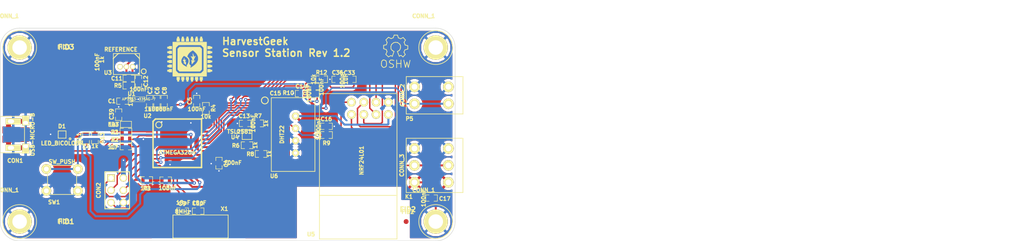
<source format=kicad_pcb>
(kicad_pcb (version 4) (host pcbnew "(2015-01-16 BZR 5376)-product")
  (layers (0 Dessus.Cu signal hide) (31 Dessous.Cu signal hide) (34 B.Paste user hide) (35 F.Paste user hide) (36 B.SilkS user) (37 F.SilkS user) (38 B.Mask user hide) (39 F.Mask user hide) (44 Edge.Cuts user))
  (net 0 "")
  (net 1 +2.5V)
  (net 2 +3.3V)
  (net 3 +5V)
  (net 4 /DHT22_DATA)
  (net 5 /F_HUMIDITY)
  (net 6 /I2C_SCL)
  (net 7 /I2C_SDA)
  (net 8 /LED1)
  (net 9 /LED2)
  (net 10 /LIGHT_INT)
  (net 11 /NRF_CE)
  (net 12 /NRF_CSN)
  (net 13 /NRF_IRQ)
  (net 14 /SPI_MISO)
  (net 15 /SPI_MOSI)
  (net 16 /SPI_SCK)
  (net 17 /SWITCH)
  (net 18 /THERM_AN)
  (net 19 /USB_D+)
  (net 20 /USB_D-)
  (net 21 /nRESET)
  (net 22 GND)
  (net 23 N-0000021)
  (net 24 N-0000023)
  (net 25 N-0000030)
  (net 26 N-0000031)
  (net 27 N-0000034)
  (net 28 N-0000038)
  (net 29 N-0000042)
  (net 30 N-0000043)
  (net 31 N-000008)
  (module TQFP44 (layer Dessus.Cu) (at 218.4 173.5)
    (fp_text reference U2 (at -6.14 -5.66) (layer F.SilkS) (effects (font (size 0.8 0.8) (thickness 0.2))))
    (fp_text value ATMEGA32U4 (at 0 1.905) (layer F.SilkS) (effects (font (size 0.8 0.8) (thickness 0.2))))
    (pad 39 smd rect (at 0 -5.715) (size 0.4064 1.524) (layers Dessus.Cu F.Paste F.Mask))
    (pad 40 smd rect (at -0.8001 -5.715) (size 0.4064 1.524) (layers Dessus.Cu F.Paste F.Mask))
    (pad 41 smd rect (at -1.6002 -5.715) (size 0.4064 1.524) (layers Dessus.Cu F.Paste F.Mask))
    (pad 42 smd rect (at -2.4003 -5.715) (size 0.4064 1.524) (layers Dessus.Cu F.Paste F.Mask) (net 1 +2.5V))
    (pad 43 smd rect (at -3.2004 -5.715) (size 0.4064 1.524) (layers Dessus.Cu F.Paste F.Mask) (net 22 GND))
    (pad 44 smd rect (at -4.0005 -5.715) (size 0.4064 1.524) (layers Dessus.Cu F.Paste F.Mask) (net 2 +3.3V))
    (pad 38 smd rect (at 0.8001 -5.715) (size 0.4064 1.524) (layers Dessus.Cu F.Paste F.Mask))
    (pad 37 smd rect (at 1.6002 -5.715) (size 0.4064 1.524) (layers Dessus.Cu F.Paste F.Mask))
    (pad 36 smd rect (at 2.4003 -5.715) (size 0.4064 1.524) (layers Dessus.Cu F.Paste F.Mask))
    (pad 35 smd rect (at 3.2004 -5.715) (size 0.4064 1.524) (layers Dessus.Cu F.Paste F.Mask) (net 22 GND))
    (pad 34 smd rect (at 4.0005 -5.715) (size 0.4064 1.524) (layers Dessus.Cu F.Paste F.Mask) (net 2 +3.3V))
    (pad 17 smd rect (at 0 5.715) (size 0.4064 1.524) (layers Dessus.Cu F.Paste F.Mask) (net 25 N-0000030))
    (pad 16 smd rect (at -0.8001 5.715) (size 0.4064 1.524) (layers Dessus.Cu F.Paste F.Mask) (net 26 N-0000031))
    (pad 15 smd rect (at -1.6002 5.715) (size 0.4064 1.524) (layers Dessus.Cu F.Paste F.Mask) (net 22 GND))
    (pad 14 smd rect (at -2.4003 5.715) (size 0.4064 1.524) (layers Dessus.Cu F.Paste F.Mask) (net 2 +3.3V))
    (pad 13 smd rect (at -3.2004 5.715) (size 0.4064 1.524) (layers Dessus.Cu F.Paste F.Mask) (net 21 /nRESET))
    (pad 12 smd rect (at -4.0005 5.715) (size 0.4064 1.524) (layers Dessus.Cu F.Paste F.Mask))
    (pad 18 smd rect (at 0.8001 5.715) (size 0.4064 1.524) (layers Dessus.Cu F.Paste F.Mask) (net 6 /I2C_SCL))
    (pad 19 smd rect (at 1.6002 5.715) (size 0.4064 1.524) (layers Dessus.Cu F.Paste F.Mask) (net 7 /I2C_SDA))
    (pad 20 smd rect (at 2.4003 5.715) (size 0.4064 1.524) (layers Dessus.Cu F.Paste F.Mask) (net 9 /LED2))
    (pad 21 smd rect (at 3.2004 5.715) (size 0.4064 1.524) (layers Dessus.Cu F.Paste F.Mask) (net 8 /LED1))
    (pad 22 smd rect (at 4.0005 5.715) (size 0.4064 1.524) (layers Dessus.Cu F.Paste F.Mask) (net 10 /LIGHT_INT))
    (pad 6 smd rect (at -5.715 0) (size 1.524 0.4064) (layers Dessus.Cu F.Paste F.Mask) (net 28 N-0000038))
    (pad 28 smd rect (at 5.715 0) (size 1.524 0.4064) (layers Dessus.Cu F.Paste F.Mask) (net 4 /DHT22_DATA))
    (pad 7 smd rect (at -5.715 0.8001) (size 1.524 0.4064) (layers Dessus.Cu F.Paste F.Mask) (net 3 +5V))
    (pad 27 smd rect (at 5.715 0.8001) (size 1.524 0.4064) (layers Dessus.Cu F.Paste F.Mask))
    (pad 26 smd rect (at 5.715 1.6002) (size 1.524 0.4064) (layers Dessus.Cu F.Paste F.Mask) (net 5 /F_HUMIDITY))
    (pad 8 smd rect (at -5.715 1.6002) (size 1.524 0.4064) (layers Dessus.Cu F.Paste F.Mask))
    (pad 9 smd rect (at -5.715 2.4003) (size 1.524 0.4064) (layers Dessus.Cu F.Paste F.Mask) (net 16 /SPI_SCK))
    (pad 25 smd rect (at 5.715 2.4003) (size 1.524 0.4064) (layers Dessus.Cu F.Paste F.Mask) (net 17 /SWITCH))
    (pad 24 smd rect (at 5.715 3.2004) (size 1.524 0.4064) (layers Dessus.Cu F.Paste F.Mask) (net 2 +3.3V))
    (pad 10 smd rect (at -5.715 3.2004) (size 1.524 0.4064) (layers Dessus.Cu F.Paste F.Mask) (net 15 /SPI_MOSI))
    (pad 11 smd rect (at -5.715 4.0005) (size 1.524 0.4064) (layers Dessus.Cu F.Paste F.Mask) (net 14 /SPI_MISO))
    (pad 23 smd rect (at 5.715 4.0005) (size 1.524 0.4064) (layers Dessus.Cu F.Paste F.Mask) (net 22 GND))
    (pad 29 smd rect (at 5.715 -0.8001) (size 1.524 0.4064) (layers Dessus.Cu F.Paste F.Mask) (net 18 /THERM_AN))
    (pad 5 smd rect (at -5.715 -0.8001) (size 1.524 0.4064) (layers Dessus.Cu F.Paste F.Mask) (net 22 GND))
    (pad 4 smd rect (at -5.715 -1.6002) (size 1.524 0.4064) (layers Dessus.Cu F.Paste F.Mask) (net 19 /USB_D+))
    (pad 30 smd rect (at 5.715 -1.6002) (size 1.524 0.4064) (layers Dessus.Cu F.Paste F.Mask) (net 12 /NRF_CSN))
    (pad 31 smd rect (at 5.715 -2.4003) (size 1.524 0.4064) (layers Dessus.Cu F.Paste F.Mask) (net 11 /NRF_CE))
    (pad 3 smd rect (at -5.715 -2.4003) (size 1.524 0.4064) (layers Dessus.Cu F.Paste F.Mask) (net 20 /USB_D-))
    (pad 2 smd rect (at -5.715 -3.2004) (size 1.524 0.4064) (layers Dessus.Cu F.Paste F.Mask) (net 3 +5V))
    (pad 32 smd rect (at 5.715 -3.2004) (size 1.524 0.4064) (layers Dessus.Cu F.Paste F.Mask) (net 13 /NRF_IRQ))
    (pad 33 smd rect (at 5.715 -4.0005) (size 1.524 0.4064) (layers Dessus.Cu F.Paste F.Mask) (net 27 N-0000034))
    (pad 1 smd rect (at -5.715 -4.0005) (size 1.524 0.4064) (layers Dessus.Cu F.Paste F.Mask))
  )
  (module SM0603_Resistor (layer Dessus.Cu) (at 207.8 172.7)
    (fp_text reference R2 (at -2.25 0.04) (layer F.SilkS) (effects (font (size 0.8 0.8) (thickness 0.2))))
    (fp_text value 22 (at -2.32 0.04 180) (layer F.SilkS) (effects (font (size 0.8 0.8) (thickness 0.2))))
    (pad 1 smd rect (at -0.762 0) (size 0.635 1.143) (layers Dessus.Cu F.Paste F.Mask) (net 30 N-0000043))
    (pad 2 smd rect (at 0.762 0) (size 0.635 1.143) (layers Dessus.Cu F.Paste F.Mask) (net 19 /USB_D+))
  )
  (module SM0603_Resistor (layer Dessus.Cu) (at 248.2 160.3)
    (fp_text reference R12 (at -0.03 -1.4) (layer F.SilkS) (effects (font (size 0.8 0.8) (thickness 0.2))))
    (fp_text value 10k (at -1.69926 0 90) (layer F.SilkS) (effects (font (size 0.8 0.8) (thickness 0.2))))
    (pad 1 smd rect (at -0.762 0) (size 0.635 1.143) (layers Dessus.Cu F.Paste F.Mask) (net 12 /NRF_CSN))
    (pad 2 smd rect (at 0.762 0) (size 0.635 1.143) (layers Dessus.Cu F.Paste F.Mask) (net 2 +3.3V))
  )
  (module SM0603_Resistor (layer Dessus.Cu) (at 232.8 173.9 180)
    (fp_text reference R6 (at 2.33 -0.08 180) (layer F.SilkS) (effects (font (size 0.8 0.8) (thickness 0.2))))
    (fp_text value 1k (at -1.69926 0 270) (layer F.SilkS) (effects (font (size 0.8 0.8) (thickness 0.2))))
    (pad 1 smd rect (at -0.762 0 180) (size 0.635 1.143) (layers Dessus.Cu F.Paste F.Mask) (net 6 /I2C_SCL))
    (pad 2 smd rect (at 0.762 0 180) (size 0.635 1.143) (layers Dessus.Cu F.Paste F.Mask) (net 2 +3.3V))
  )
  (module SM0603_Resistor (layer Dessus.Cu) (at 235 169.4 180)
    (fp_text reference R7 (at -0.04 1.54 180) (layer F.SilkS) (effects (font (size 0.8 0.8) (thickness 0.2))))
    (fp_text value 1k (at -1.69926 0 270) (layer F.SilkS) (effects (font (size 0.8 0.8) (thickness 0.2))))
    (pad 1 smd rect (at -0.762 0 180) (size 0.635 1.143) (layers Dessus.Cu F.Paste F.Mask) (net 7 /I2C_SDA))
    (pad 2 smd rect (at 0.762 0 180) (size 0.635 1.143) (layers Dessus.Cu F.Paste F.Mask) (net 2 +3.3V))
  )
  (module SM0603_Resistor (layer Dessus.Cu) (at 208.4 161.6)
    (fp_text reference R5 (at -2.26 0) (layer F.SilkS) (effects (font (size 0.8 0.8) (thickness 0.2))))
    (fp_text value 1k (at -5.56 -5.36 90) (layer F.SilkS) (effects (font (size 0.8 0.8) (thickness 0.2))))
    (pad 1 smd rect (at -0.762 0) (size 0.635 1.143) (layers Dessus.Cu F.Paste F.Mask) (net 1 +2.5V))
    (pad 2 smd rect (at 0.762 0) (size 0.635 1.143) (layers Dessus.Cu F.Paste F.Mask) (net 2 +3.3V))
  )
  (module SM0603_Resistor (layer Dessus.Cu) (at 224.3 166.3 90)
    (fp_text reference R4 (at 0.05 1.56 90) (layer F.SilkS) (effects (font (size 0.8 0.8) (thickness 0.2))))
    (fp_text value 10k (at -1.69926 0 180) (layer F.SilkS) (effects (font (size 0.8 0.8) (thickness 0.2))))
    (pad 1 smd rect (at -0.762 0 90) (size 0.635 1.143) (layers Dessus.Cu F.Paste F.Mask) (net 27 N-0000034))
    (pad 2 smd rect (at 0.762 0 90) (size 0.635 1.143) (layers Dessus.Cu F.Paste F.Mask) (net 2 +3.3V))
  )
  (module SM0603_Resistor (layer Dessus.Cu) (at 212.1 181.1)
    (fp_text reference R3 (at -0.02 1.74) (layer F.SilkS) (effects (font (size 0.8 0.8) (thickness 0.2))))
    (fp_text value 10k (at -0.23 1.68 180) (layer F.SilkS) (effects (font (size 0.8 0.8) (thickness 0.2))))
    (pad 1 smd rect (at -0.762 0) (size 0.635 1.143) (layers Dessus.Cu F.Paste F.Mask) (net 21 /nRESET))
    (pad 2 smd rect (at 0.762 0) (size 0.635 1.143) (layers Dessus.Cu F.Paste F.Mask) (net 2 +3.3V))
  )
  (module SM0603_Resistor (layer Dessus.Cu) (at 235.7 175.7 180)
    (fp_text reference R8 (at 2.22 -0.03 180) (layer F.SilkS) (effects (font (size 0.8 0.8) (thickness 0.2))))
    (fp_text value 1k (at -1.69926 0 270) (layer F.SilkS) (effects (font (size 0.8 0.8) (thickness 0.2))))
    (pad 1 smd rect (at -0.762 0 180) (size 0.635 1.143) (layers Dessus.Cu F.Paste F.Mask) (net 10 /LIGHT_INT))
    (pad 2 smd rect (at 0.762 0 180) (size 0.635 1.143) (layers Dessus.Cu F.Paste F.Mask) (net 2 +3.3V))
  )
  (module SM0603_Resistor (layer Dessus.Cu) (at 207.8 171.1)
    (fp_text reference R1 (at -2.29 0.11) (layer F.SilkS) (effects (font (size 0.8 0.8) (thickness 0.2))))
    (fp_text value 22 (at -2.34 0.1 180) (layer F.SilkS) (effects (font (size 0.8 0.8) (thickness 0.2))))
    (pad 1 smd rect (at -0.762 0) (size 0.635 1.143) (layers Dessus.Cu F.Paste F.Mask) (net 29 N-0000042))
    (pad 2 smd rect (at 0.762 0) (size 0.635 1.143) (layers Dessus.Cu F.Paste F.Mask) (net 20 /USB_D-))
  )
  (module SM0603_Resistor (layer Dessus.Cu) (at 246.5 163.3)
    (fp_text reference R10 (at -5.17 -0.19) (layer F.SilkS) (effects (font (size 0.8 0.8) (thickness 0.2))))
    (fp_text value 10k (at -1.69926 0 90) (layer F.SilkS) (effects (font (size 0.8 0.8) (thickness 0.2))))
    (pad 1 smd rect (at -0.762 0) (size 0.635 1.143) (layers Dessus.Cu F.Paste F.Mask) (net 18 /THERM_AN))
    (pad 2 smd rect (at 0.762 0) (size 0.635 1.143) (layers Dessus.Cu F.Paste F.Mask) (net 1 +2.5V))
  )
  (module SM0603_Resistor (layer Dessus.Cu) (at 249.2 171.8)
    (fp_text reference R9 (at 0 1.67) (layer F.SilkS) (effects (font (size 0.8 0.8) (thickness 0.2))))
    (fp_text value 10k (at -1.69926 0 90) (layer F.SilkS) (effects (font (size 0.8 0.8) (thickness 0.2))))
    (pad 1 smd rect (at -0.762 0) (size 0.635 1.143) (layers Dessus.Cu F.Paste F.Mask) (net 4 /DHT22_DATA))
    (pad 2 smd rect (at 0.762 0) (size 0.635 1.143) (layers Dessus.Cu F.Paste F.Mask) (net 2 +3.3V))
  )
  (module SM0603_Capa (layer Dessus.Cu) (at 232.4 169.4 180)
    (fp_text reference C13 (at 0.17 1.52 180) (layer F.SilkS) (effects (font (size 0.8 0.8) (thickness 0.2))))
    (fp_text value 100nF (at -1.651 0 270) (layer F.SilkS) (effects (font (size 0.8 0.8) (thickness 0.2))))
    (pad 1 smd rect (at -0.762 0 180) (size 0.635 1.143) (layers Dessus.Cu F.Paste F.Mask) (net 2 +3.3V))
    (pad 2 smd rect (at 0.762 0 180) (size 0.635 1.143) (layers Dessus.Cu F.Paste F.Mask) (net 22 GND))
  )
  (module SM0603_Capa (layer Dessus.Cu) (at 215.7 164.8 90)
    (fp_text reference C8 (at 2.16 0.07 90) (layer F.SilkS) (effects (font (size 0.8 0.8) (thickness 0.2))))
    (fp_text value 100nF (at -1.651 0 180) (layer F.SilkS) (effects (font (size 0.8 0.8) (thickness 0.2))))
    (pad 1 smd rect (at -0.762 0 90) (size 0.635 1.143) (layers Dessus.Cu F.Paste F.Mask) (net 1 +2.5V))
    (pad 2 smd rect (at 0.762 0 90) (size 0.635 1.143) (layers Dessus.Cu F.Paste F.Mask) (net 22 GND))
  )
  (module SM0603_Capa (layer Dessus.Cu) (at 216 181.1)
    (fp_text reference C3 (at 0.02 1.64) (layer F.SilkS) (effects (font (size 0.8 0.8) (thickness 0.2))))
    (fp_text value 100nF (at 0.4 1.66 180) (layer F.SilkS) (effects (font (size 0.8 0.8) (thickness 0.2))))
    (pad 1 smd rect (at -0.762 0) (size 0.635 1.143) (layers Dessus.Cu F.Paste F.Mask) (net 2 +3.3V))
    (pad 2 smd rect (at 0.762 0) (size 0.635 1.143) (layers Dessus.Cu F.Paste F.Mask) (net 22 GND))
  )
  (module SM0603_Capa (layer Dessus.Cu) (at 227 177.6 270)
    (fp_text reference C4 (at 0.057818 -1.471282 270) (layer F.SilkS) (effects (font (size 0.8 0.8) (thickness 0.2))))
    (fp_text value 100nF (at -0.07 -2.83 360) (layer F.SilkS) (effects (font (size 0.8 0.8) (thickness 0.2))))
    (pad 1 smd rect (at -0.762 0 270) (size 0.635 1.143) (layers Dessus.Cu F.Paste F.Mask) (net 2 +3.3V))
    (pad 2 smd rect (at 0.762 0 270) (size 0.635 1.143) (layers Dessus.Cu F.Paste F.Mask) (net 22 GND))
  )
  (module SM0603_Capa (layer Dessus.Cu) (at 222.4 164.8 90)
    (fp_text reference C5 (at 0.03 -1.44 90) (layer F.SilkS) (effects (font (size 0.8 0.8) (thickness 0.2))))
    (fp_text value 100nF (at -1.651 0 180) (layer F.SilkS) (effects (font (size 0.8 0.8) (thickness 0.2))))
    (pad 1 smd rect (at -0.762 0 90) (size 0.635 1.143) (layers Dessus.Cu F.Paste F.Mask) (net 2 +3.3V))
    (pad 2 smd rect (at 0.762 0 90) (size 0.635 1.143) (layers Dessus.Cu F.Paste F.Mask) (net 22 GND))
  )
  (module SM0603_Capa (layer Dessus.Cu) (at 214.2 164.8 90)
    (fp_text reference C6 (at 2.17 0.06 90) (layer F.SilkS) (effects (font (size 0.8 0.8) (thickness 0.2))))
    (fp_text value 100nF (at -1.651 0 180) (layer F.SilkS) (effects (font (size 0.8 0.8) (thickness 0.2))))
    (pad 1 smd rect (at -0.762 0 90) (size 0.635 1.143) (layers Dessus.Cu F.Paste F.Mask) (net 2 +3.3V))
    (pad 2 smd rect (at 0.762 0 90) (size 0.635 1.143) (layers Dessus.Cu F.Paste F.Mask) (net 22 GND))
  )
  (module SM0603_Capa (layer Dessus.Cu) (at 208.4 160.1)
    (fp_text reference C11 (at -2.48 0.03) (layer F.SilkS) (effects (font (size 0.8 0.8) (thickness 0.2))))
    (fp_text value 100nF (at -6.53 -3.37 90) (layer F.SilkS) (effects (font (size 0.8 0.8) (thickness 0.2))))
    (pad 1 smd rect (at -0.762 0) (size 0.635 1.143) (layers Dessus.Cu F.Paste F.Mask) (net 1 +2.5V))
    (pad 2 smd rect (at 0.762 0) (size 0.635 1.143) (layers Dessus.Cu F.Paste F.Mask) (net 22 GND))
  )
  (module SM0603_Capa (layer Dessus.Cu) (at 246.5 161.8 180)
    (fp_text reference C14 (at 2.54 0.03 180) (layer F.SilkS) (effects (font (size 0.8 0.8) (thickness 0.2))))
    (fp_text value 100nF (at -1.651 0 270) (layer F.SilkS) (effects (font (size 0.8 0.8) (thickness 0.2))))
    (pad 1 smd rect (at -0.762 0 180) (size 0.635 1.143) (layers Dessus.Cu F.Paste F.Mask) (net 1 +2.5V))
    (pad 2 smd rect (at 0.762 0 180) (size 0.635 1.143) (layers Dessus.Cu F.Paste F.Mask) (net 22 GND))
  )
  (module SM0603_Capa (layer Dessus.Cu) (at 243.95 163.25 180)
    (fp_text reference C15 (at 5.29 0.07 180) (layer F.SilkS) (effects (font (size 0.8 0.8) (thickness 0.2))))
    (fp_text value 100nF (at -1.651 0 270) (layer F.SilkS) (effects (font (size 0.8 0.8) (thickness 0.2))))
    (pad 1 smd rect (at -0.762 0 180) (size 0.635 1.143) (layers Dessus.Cu F.Paste F.Mask) (net 18 /THERM_AN))
    (pad 2 smd rect (at 0.762 0 180) (size 0.635 1.143) (layers Dessus.Cu F.Paste F.Mask) (net 22 GND))
  )
  (module SM0603_Capa (layer Dessus.Cu) (at 249.2 170)
    (fp_text reference C16 (at -0.04 -1.49) (layer F.SilkS) (effects (font (size 0.8 0.8) (thickness 0.2))))
    (fp_text value 100nF (at -1.651 0 90) (layer F.SilkS) (effects (font (size 0.8 0.8) (thickness 0.2))))
    (pad 1 smd rect (at -0.762 0) (size 0.635 1.143) (layers Dessus.Cu F.Paste F.Mask) (net 2 +3.3V))
    (pad 2 smd rect (at 0.762 0) (size 0.635 1.143) (layers Dessus.Cu F.Paste F.Mask) (net 22 GND))
  )
  (module SM0603_Capa (layer Dessus.Cu) (at 270.8783 184.80532)
    (fp_text reference C17 (at 2.7217 0.13468) (layer F.SilkS) (effects (font (size 0.8 0.8) (thickness 0.2))))
    (fp_text value 100nF (at -1.651 0 90) (layer F.SilkS) (effects (font (size 0.8 0.8) (thickness 0.2))))
    (pad 1 smd rect (at -0.762 0) (size 0.635 1.143) (layers Dessus.Cu F.Paste F.Mask) (net 2 +3.3V))
    (pad 2 smd rect (at 0.762 0) (size 0.635 1.143) (layers Dessus.Cu F.Paste F.Mask) (net 22 GND))
  )
  (module SM0603_Capa (layer Dessus.Cu) (at 207.1 164.8 180)
    (fp_text reference C1 (at 2.21 0 180) (layer F.SilkS) (effects (font (size 0.8 0.8) (thickness 0.2))))
    (fp_text value 1uF (at -1.651 0 270) (layer F.SilkS) (effects (font (size 0.8 0.8) (thickness 0.2))))
    (pad 1 smd rect (at -0.762 0 180) (size 0.635 1.143) (layers Dessus.Cu F.Paste F.Mask) (net 3 +5V))
    (pad 2 smd rect (at 0.762 0 180) (size 0.635 1.143) (layers Dessus.Cu F.Paste F.Mask) (net 22 GND))
  )
  (module SM0603_Capa (layer Dessus.Cu) (at 212.7 164.8 90)
    (fp_text reference C2 (at 2.22 0.08 90) (layer F.SilkS) (effects (font (size 0.8 0.8) (thickness 0.2))))
    (fp_text value 1uF (at -1.651 0 180) (layer F.SilkS) (effects (font (size 0.8 0.8) (thickness 0.2))))
    (pad 1 smd rect (at -0.762 0 90) (size 0.635 1.143) (layers Dessus.Cu F.Paste F.Mask) (net 2 +3.3V))
    (pad 2 smd rect (at 0.762 0 90) (size 0.635 1.143) (layers Dessus.Cu F.Paste F.Mask) (net 22 GND))
  )
  (module SM0603_Capa (layer Dessus.Cu) (at 254.1 160.3)
    (fp_text reference C33 (at -0.18 -1.34) (layer F.SilkS) (effects (font (size 0.8 0.8) (thickness 0.2))))
    (fp_text value 100nF (at -1.651 0 90) (layer F.SilkS) (effects (font (size 0.8 0.8) (thickness 0.2))))
    (pad 1 smd rect (at -0.762 0) (size 0.635 1.143) (layers Dessus.Cu F.Paste F.Mask) (net 2 +3.3V))
    (pad 2 smd rect (at 0.762 0) (size 0.635 1.143) (layers Dessus.Cu F.Paste F.Mask) (net 22 GND))
  )
  (module SM0603_Capa (layer Dessus.Cu) (at 251.5 160.3 180)
    (fp_text reference C36 (at 0.02 1.38 180) (layer F.SilkS) (effects (font (size 0.8 0.8) (thickness 0.2))))
    (fp_text value 1uF (at -1.651 0 270) (layer F.SilkS) (effects (font (size 0.8 0.8) (thickness 0.2))))
    (pad 1 smd rect (at -0.762 0 180) (size 0.635 1.143) (layers Dessus.Cu F.Paste F.Mask) (net 2 +3.3V))
    (pad 2 smd rect (at 0.762 0 180) (size 0.635 1.143) (layers Dessus.Cu F.Paste F.Mask) (net 22 GND))
  )
  (module SM0603_Capa (layer Dessus.Cu) (at 222.7 187.5 180)
    (fp_text reference C10 (at 0.07 1.59 180) (layer F.SilkS) (effects (font (size 0.8 0.8) (thickness 0.2))))
    (fp_text value 18pF (at -0.21 1.69 360) (layer F.SilkS) (effects (font (size 0.8 0.8) (thickness 0.2))))
    (pad 1 smd rect (at -0.762 0 180) (size 0.635 1.143) (layers Dessus.Cu F.Paste F.Mask) (net 25 N-0000030))
    (pad 2 smd rect (at 0.762 0 180) (size 0.635 1.143) (layers Dessus.Cu F.Paste F.Mask) (net 22 GND))
  )
  (module SM0603_Capa (layer Dessus.Cu) (at 210.4 160.7 90)
    (fp_text reference C12 (at 0.02 1.51 90) (layer F.SilkS) (effects (font (size 0.8 0.8) (thickness 0.2))))
    (fp_text value 100nF (at -1.651 0 180) (layer F.SilkS) (effects (font (size 0.8 0.8) (thickness 0.2))))
    (pad 1 smd rect (at -0.762 0 90) (size 0.635 1.143) (layers Dessus.Cu F.Paste F.Mask) (net 2 +3.3V))
    (pad 2 smd rect (at 0.762 0 90) (size 0.635 1.143) (layers Dessus.Cu F.Paste F.Mask) (net 22 GND))
  )
  (module SM0603_Capa (layer Dessus.Cu) (at 207.8 174.2 180)
    (fp_text reference C7 (at 2.47 -0.13 180) (layer F.SilkS) (effects (font (size 0.8 0.8) (thickness 0.2))))
    (fp_text value 1uF (at 2.65 -0.1 360) (layer F.SilkS) (effects (font (size 0.8 0.8) (thickness 0.2))))
    (pad 1 smd rect (at -0.762 0 180) (size 0.635 1.143) (layers Dessus.Cu F.Paste F.Mask) (net 28 N-0000038))
    (pad 2 smd rect (at 0.762 0 180) (size 0.635 1.143) (layers Dessus.Cu F.Paste F.Mask) (net 22 GND))
  )
  (module SM0603_Capa (layer Dessus.Cu) (at 219.5 187.5)
    (fp_text reference C9 (at -0.12 -1.53) (layer F.SilkS) (effects (font (size 0.8 0.8) (thickness 0.2))))
    (fp_text value 18pF (at 0.12 -1.75 180) (layer F.SilkS) (effects (font (size 0.8 0.8) (thickness 0.2))))
    (pad 1 smd rect (at -0.762 0) (size 0.635 1.143) (layers Dessus.Cu F.Paste F.Mask) (net 26 N-0000031))
    (pad 2 smd rect (at 0.762 0) (size 0.635 1.143) (layers Dessus.Cu F.Paste F.Mask) (net 22 GND))
  )
  (module NRF24L01 (layer Dessus.Cu) (at 263.2329 163.7538 90)
    (fp_text reference U5 (at -28.5362 -17.2429 180) (layer F.SilkS) (effects (font (size 0.8 0.8) (thickness 0.2))))
    (fp_text value NRF24L01 (at -13.3 -6.8 90) (layer F.SilkS) (effects (font (size 0.8 0.8) (thickness 0.2))))
    (pad 1 thru_hole circle (at -1.27 -1.27 90) (size 1.8 1.8) (drill 1) (layers *.Cu *.Mask F.SilkS) (net 22 GND))
    (pad 2 thru_hole circle (at -3.81 -1.27 90) (size 1.8 1.8) (drill 1) (layers *.Cu *.Mask F.SilkS) (net 2 +3.3V))
    (pad 3 thru_hole circle (at -1.27 -3.81 90) (size 1.8 1.8) (drill 1) (layers *.Cu *.Mask F.SilkS) (net 11 /NRF_CE))
    (pad 4 thru_hole circle (at -3.81 -3.81 90) (size 1.8 1.8) (drill 1) (layers *.Cu *.Mask F.SilkS) (net 12 /NRF_CSN))
    (pad 5 thru_hole circle (at -1.27 -6.35 90) (size 1.8 1.8) (drill 1) (layers *.Cu *.Mask F.SilkS) (net 16 /SPI_SCK))
    (pad 6 thru_hole circle (at -3.81 -6.35 90) (size 1.8 1.8) (drill 1) (layers *.Cu *.Mask F.SilkS) (net 15 /SPI_MOSI))
    (pad 7 thru_hole circle (at -1.27 -8.89 90) (size 1.8 1.8) (drill 1) (layers *.Cu *.Mask F.SilkS) (net 14 /SPI_MISO))
    (pad 8 thru_hole circle (at -3.81 -8.89 90) (size 1.8 1.8) (drill 1) (layers *.Cu *.Mask F.SilkS) (net 13 /NRF_IRQ))
  )
  (module HC49US (layer Dessus.Cu) (at 223.2 190.7)
    (fp_text reference X1 (at 4.93 -3.67) (layer F.SilkS) (effects (font (size 0.8 0.8) (thickness 0.2))))
    (fp_text value 8MHz (at -3.7 -3.1) (layer F.SilkS) (effects (font (size 0.8 0.8) (thickness 0.2))))
    (pad 1 smd rect (at -4.75 0) (size 5.6 2.2) (layers Dessus.Cu F.Paste F.Mask) (net 26 N-0000031))
    (pad 2 smd rect (at 4.75 0) (size 5.6 2.2) (layers Dessus.Cu F.Paste F.Mask) (net 25 N-0000030))
  )
  (module con_microusb_10103594 (layer Dessus.Cu) (at 184.06732 171.70254 270)
    (fp_text reference CON1 (at 5.38746 -0.88268 360) (layer F.SilkS) (effects (font (size 0.8 0.8) (thickness 0.2))))
    (fp_text value USB-MICRO-B (at 0 -4.45 270) (layer F.SilkS) (effects (font (size 0.8 0.8) (thickness 0.2))))
    (pad 1 smd rect (at -1.3 -2.825 270) (size 0.4 1.75) (layers Dessus.Cu F.Paste F.Mask) (net 31 N-000008))
    (pad 2 smd rect (at -0.65 -2.825 270) (size 0.4 1.75) (layers Dessus.Cu F.Paste F.Mask) (net 29 N-0000042))
    (pad 3 smd rect (at 0 -2.825 270) (size 0.4 1.75) (layers Dessus.Cu F.Paste F.Mask) (net 30 N-0000043))
    (pad 4 smd rect (at 0.65 -2.825 270) (size 0.4 1.75) (layers Dessus.Cu F.Paste F.Mask))
    (pad 5 smd rect (at 1.3 -2.825 270) (size 0.4 1.75) (layers Dessus.Cu F.Paste F.Mask) (net 22 GND))
    (pad 6 thru_hole rect (at -2.425 -3.03 270) (size 2 1.46) (drill oval 0.75 1.05 (offset -0.475 0)) (layers *.Cu *.Mask F.SilkS) (net 22 GND))
    (pad 7 thru_hole rect (at 2.425 -3.03 90) (size 2 1.46) (drill oval 0.75 1.05 (offset -0.475 0)) (layers *.Cu *.Mask F.SilkS) (net 22 GND))
    (pad 8 thru_hole rect (at -2.725 0 270) (size 1.3 3.15) (drill oval 0.8 1.3 (offset 0 -0.475)) (layers *.Cu *.Mask F.SilkS) (net 22 GND))
    (pad 9 thru_hole rect (at 2.725 0 270) (size 1.3 3.15) (drill oval 0.8 1.3 (offset 0 -0.475)) (layers *.Cu *.Mask F.SilkS) (net 22 GND))
    (pad 10 smd rect (at -0.9625 0.5 270) (size 1.425 2.5) (layers Dessus.Cu F.Paste F.Mask) (net 22 GND))
    (pad 11 smd rect (at 0.9625 0.5 270) (size 1.425 2.5) (layers Dessus.Cu F.Paste F.Mask) (net 22 GND))
  )
  (module pin_array_3x2 (layer Dessus.Cu) (at 206 183.2 270)
    (fp_text reference CON2 (at 0.03 3.85 270) (layer F.SilkS) (effects (font (size 0.8 0.8) (thickness 0.2))))
    (fp_text value AVR-ISP-6 hide)
    (pad 1 thru_hole rect (at -2.54 1.27 270) (size 1.524 1.524) (drill 1.016) (layers *.Cu *.Mask F.SilkS) (net 14 /SPI_MISO))
    (pad 2 thru_hole circle (at -2.54 -1.27 270) (size 1.524 1.524) (drill 1.016) (layers *.Cu *.Mask F.SilkS) (net 2 +3.3V))
    (pad 3 thru_hole circle (at 0 1.27 270) (size 1.524 1.524) (drill 1.016) (layers *.Cu *.Mask F.SilkS) (net 16 /SPI_SCK))
    (pad 4 thru_hole circle (at 0 -1.27 270) (size 1.524 1.524) (drill 1.016) (layers *.Cu *.Mask F.SilkS) (net 15 /SPI_MOSI))
    (pad 5 thru_hole circle (at 2.54 1.27 270) (size 1.524 1.524) (drill 1.016) (layers *.Cu *.Mask F.SilkS) (net 21 /nRESET))
    (pad 6 thru_hole circle (at 2.54 -1.27 270) (size 1.524 1.524) (drill 1.016) (layers *.Cu *.Mask F.SilkS) (net 22 GND))
  )
  (module SM0603_Capa (layer Dessus.Cu) (at 206.3 167.6 90)
    (fp_text reference C39 (at 0.1 -1.45 90) (layer F.SilkS) (effects (font (size 0.8 0.8) (thickness 0.2))))
    (fp_text value 1uF (at -2.03 -0.99 360) (layer F.SilkS) (effects (font (size 0.8 0.8) (thickness 0.2))))
    (pad 1 smd rect (at -0.762 0 90) (size 0.635 1.143) (layers Dessus.Cu F.Paste F.Mask) (net 31 N-000008))
    (pad 2 smd rect (at 0.762 0 90) (size 0.635 1.143) (layers Dessus.Cu F.Paste F.Mask) (net 22 GND))
  )
  (module SM0603 (layer Dessus.Cu) (at 207.8 169.6)
    (fp_text reference FB3 (at -2.59 0.03) (layer F.SilkS) (effects (font (size 0.8 0.8) (thickness 0.2))))
    (fp_text value FERRITE hide)
    (pad 1 smd rect (at -0.762 0) (size 0.635 1.143) (layers Dessus.Cu F.Paste F.Mask) (net 31 N-000008))
    (pad 2 smd rect (at 0.762 0) (size 0.635 1.143) (layers Dessus.Cu F.Paste F.Mask) (net 3 +5V))
  )
  (module CON_3_weidmuller (layer Dessus.Cu) (at 274.3454 178.0667 90)
    (fp_text reference K1 (at -6.4533 -8.1454 180) (layer F.SilkS) (effects (font (size 0.8 0.8) (thickness 0.2))))
    (fp_text value CONN_3 (at 0 -9.6 90) (layer F.SilkS) (effects (font (size 0.8 0.8) (thickness 0.2))))
    (pad 1 thru_hole circle (at -3.5 0 90) (size 2.2 2.2) (drill 1.2) (layers *.Cu *.Mask F.SilkS) (net 2 +3.3V))
    (pad 2 thru_hole circle (at 0 0 90) (size 2.2 2.2) (drill 1.2) (layers *.Cu *.Mask F.SilkS) (net 5 /F_HUMIDITY))
    (pad 3 thru_hole circle (at 3.5 0 90) (size 2.2 2.2) (drill 1.2) (layers *.Cu *.Mask F.SilkS) (net 22 GND))
    (pad 1 thru_hole circle (at -3.5 -7 90) (size 2.2 2.2) (drill 1.2) (layers *.Cu *.Mask F.SilkS) (net 2 +3.3V))
    (pad 2 thru_hole circle (at 0 -7 90) (size 2.2 2.2) (drill 1.2) (layers *.Cu *.Mask F.SilkS) (net 5 /F_HUMIDITY))
    (pad 3 thru_hole circle (at 3.5 -7 90) (size 2.2 2.2) (drill 1.2) (layers *.Cu *.Mask F.SilkS) (net 22 GND))
  )
  (module CON_2_weidmuller (layer Dessus.Cu) (at 274.35429 163.59759 90)
    (fp_text reference P5 (at -4.84241 -8.03429 180) (layer F.SilkS) (effects (font (size 0.8 0.8) (thickness 0.2))))
    (fp_text value CONN_2 (at 0 -9.5 90) (layer F.SilkS) (effects (font (size 0.8 0.8) (thickness 0.2))))
    (pad 1 thru_hole circle (at -1.75 0 90) (size 2.2 2.2) (drill 1.2) (layers *.Cu *.Mask F.SilkS) (net 18 /THERM_AN))
    (pad 2 thru_hole circle (at 1.75 0 90) (size 2.2 2.2) (drill 1.2) (layers *.Cu *.Mask F.SilkS) (net 22 GND))
    (pad 1 thru_hole circle (at -1.75 -7 90) (size 2.2 2.2) (drill 1.2) (layers *.Cu *.Mask F.SilkS) (net 18 /THERM_AN))
    (pad 2 thru_hole circle (at 1.75 -7 90) (size 2.2 2.2) (drill 1.2) (layers *.Cu *.Mask F.SilkS) (net 22 GND))
  )
  (module TO92F (layer Dessus.Cu) (at 207.9 157.7 180)
    (fp_text reference U3 (at 3.82 -1.22 180) (layer F.SilkS) (effects (font (size 0.8 0.8) (thickness 0.2))))
    (fp_text value REFERENCE (at 1.14 3.56 180) (layer F.SilkS) (effects (font (size 0.8 0.8) (thickness 0.2))))
    (pad 1 thru_hole circle (at -1.3 0 180) (size 1.1 1.1) (drill 0.7) (layers *.Cu *.Mask F.SilkS) (net 22 GND))
    (pad 2 thru_hole circle (at 0 0 180) (size 1.1 1.1) (drill 0.7) (layers *.Cu *.Mask F.SilkS) (net 1 +2.5V))
    (pad 3 thru_hole circle (at 1.3 0 180) (size 1.1 1.1) (drill 0.7) (layers *.Cu *.Mask F.SilkS))
  )
  (module 6-WDFN (layer Dessus.Cu) (at 232.8 171.7)
    (fp_text reference U4 (at -2.51 0.53) (layer F.SilkS) (effects (font (size 0.8 0.8) (thickness 0.2))))
    (fp_text value TSL2581 (at -1.58 -0.61) (layer F.SilkS) (effects (font (size 0.8 0.8) (thickness 0.2))))
    (pad 1 smd rect (at -0.7 -0.65) (size 0.9 0.4) (layers Dessus.Cu F.Paste F.Mask) (net 2 +3.3V))
    (pad 2 smd rect (at -0.7 0) (size 0.9 0.4) (layers Dessus.Cu F.Paste F.Mask) (net 22 GND))
    (pad 3 smd rect (at -0.7 0.65) (size 0.9 0.4) (layers Dessus.Cu F.Paste F.Mask) (net 22 GND))
    (pad 4 smd rect (at 0.7 0.65) (size 0.9 0.4) (layers Dessus.Cu F.Paste F.Mask) (net 6 /I2C_SCL))
    (pad 5 smd rect (at 0.7 0) (size 0.9 0.4) (layers Dessus.Cu F.Paste F.Mask) (net 10 /LIGHT_INT))
    (pad 6 smd rect (at 0.7 -0.65) (size 0.9 0.4) (layers Dessus.Cu F.Paste F.Mask) (net 7 /I2C_SDA))
  )
  (module SWITCH_FSM16JH (layer Dessus.Cu) (at 194.628008 181.05882)
    (fp_text reference SW1 (at -1.656726 4.598998) (layer F.SilkS) (effects (font (size 0.8 0.8) (thickness 0.2))))
    (fp_text value SW_PUSH (at 0 -3.75) (layer F.SilkS) (effects (font (size 0.8 0.8) (thickness 0.2))))
    (pad 1 thru_hole circle (at 3.25 -2.25) (size 2 2) (drill 1) (layers *.Cu *.Mask F.SilkS) (net 17 /SWITCH))
    (pad 2 thru_hole circle (at 3.25 2.25) (size 2 2) (drill 1) (layers *.Cu *.Mask F.SilkS) (net 22 GND))
    (pad 2 thru_hole circle (at -3.25 2.25) (size 2 2) (drill 1) (layers *.Cu *.Mask F.SilkS) (net 22 GND))
    (pad 1 thru_hole circle (at -3.25 -2.25) (size 2 2) (drill 1) (layers *.Cu *.Mask F.SilkS) (net 17 /SWITCH))
  )
  (module SM0603_Resistor (layer Dessus.Cu) (at 199.56272 172.41266 90)
    (fp_text reference R11 (at -0.04734 -1.42272 90) (layer F.SilkS) (effects (font (size 0.8 0.8) (thickness 0.2))))
    (fp_text value 1k (at -1.69926 0 180) (layer F.SilkS) (effects (font (size 0.8 0.8) (thickness 0.2))))
    (pad 1 smd rect (at -0.762 0 90) (size 0.635 1.143) (layers Dessus.Cu F.Paste F.Mask) (net 8 /LED1))
    (pad 2 smd rect (at 0.762 0 90) (size 0.635 1.143) (layers Dessus.Cu F.Paste F.Mask) (net 23 N-0000021))
  )
  (module SM0603_Resistor (layer Dessus.Cu) (at 201.39406 172.3771 90)
    (fp_text reference R13 (at -0.0529 1.49594 90) (layer F.SilkS) (effects (font (size 0.8 0.8) (thickness 0.2))))
    (fp_text value 1k (at -1.69926 0 180) (layer F.SilkS) (effects (font (size 0.8 0.8) (thickness 0.2))))
    (pad 1 smd rect (at -0.762 0 90) (size 0.635 1.143) (layers Dessus.Cu F.Paste F.Mask) (net 9 /LED2))
    (pad 2 smd rect (at 0.762 0 90) (size 0.635 1.143) (layers Dessus.Cu F.Paste F.Mask) (net 24 N-0000023))
  )
  (module DHT22 (layer Dessus.Cu) (at 242.8 171.7 270)
    (fp_text reference U6 (at 8.56 4.43 360) (layer F.SilkS) (effects (font (size 0.8 0.8) (thickness 0.2))))
    (fp_text value DHT22 (at 0 2.8 270) (layer F.SilkS) (effects (font (size 0.8 0.8) (thickness 0.2))))
    (pad 1 thru_hole circle (at -3.81 0 270) (size 1.5 1.5) (drill 0.75) (layers *.Cu *.Mask F.SilkS) (net 2 +3.3V))
    (pad 2 thru_hole circle (at -1.27 0 270) (size 1.5 1.5) (drill 0.75) (layers *.Cu *.Mask F.SilkS) (net 4 /DHT22_DATA))
    (pad 3 thru_hole circle (at 1.27 0 270) (size 1.5 1.5) (drill 0.75) (layers *.Cu *.Mask F.SilkS) (net 22 GND))
    (pad 4 thru_hole circle (at 3.81 0 270) (size 1.5 1.5) (drill 0.75) (layers *.Cu *.Mask F.SilkS) (net 22 GND))
  )
  (module HOLE_FIX_HAMMOND (layer Dessus.Cu) (at 185.861282 153.742218)
    (fp_text reference P1 hide)
    (fp_text value CONN_1 (at -2.5 -6.5) (layer F.SilkS) (effects (font (size 0.8 0.8) (thickness 0.2))))
    (pad 1 thru_hole circle (at 0 0) (size 5 5) (drill 3) (layers *.Cu *.Mask F.SilkS) (net 22 GND))
  )
  (module HOLE_FIX_HAMMOND (layer Dessus.Cu) (at 185.861282 189.657818)
    (fp_text reference P1 hide)
    (fp_text value CONN_1 (at -2.5 -6.5) (layer F.SilkS) (effects (font (size 0.8 0.8) (thickness 0.2))))
    (pad 1 thru_hole circle (at 0 0) (size 5 5) (drill 3) (layers *.Cu *.Mask F.SilkS) (net 22 GND))
  )
  (module HOLE_FIX_HAMMOND (layer Dessus.Cu) (at 271.738682 189.657818)
    (fp_text reference P1 hide)
    (fp_text value CONN_1 (at -2.5 -6.5) (layer F.SilkS) (effects (font (size 0.8 0.8) (thickness 0.2))))
    (pad 1 thru_hole circle (at 0 0) (size 5 5) (drill 3) (layers *.Cu *.Mask F.SilkS) (net 22 GND))
  )
  (module HOLE_FIX_HAMMOND (layer Dessus.Cu) (at 271.738682 153.742218)
    (fp_text reference P1 hide)
    (fp_text value CONN_1 (at -2.5 -6.5) (layer F.SilkS) (effects (font (size 0.8 0.8) (thickness 0.2))))
    (pad 1 thru_hole circle (at 0 0) (size 5 5) (drill 3) (layers *.Cu *.Mask F.SilkS) (net 22 GND))
  )
  (module Sensor:logo (layer Dessus.Cu) (at 220.971282 156.157818)
    (fp_text reference G*** hide)
    (fp_text value LOGO hide)
  )
  (module Symbols:Symbol_OSHW-Logo_SilkScreen (layer Dessus.Cu) (at 263.471282 153.657818)
    (fp_text reference REF** hide)
    (fp_text value Symbol_OSHW-Logo_SilkScreen)
  )
  (module Sensor:SOT23 (layer Dessus.Cu) (at 210.4 164.4 90)
    (fp_text reference U1 (at 1.11 -1.43 360) (layer F.SilkS) (effects (font (size 0.8 0.8) (thickness 0.2))))
    (fp_text value AP7333-33SAG-7 (at 0 0.0635 360) (layer F.SilkS) (effects (font (size 0.50038 0.50038) (thickness 0.09906))))
    (pad 3 smd rect (at 1.09982 0) (size 0.8001 1.00076) (layers Dessus.Cu F.Paste F.Mask) (net 22 GND))
    (pad 2 smd rect (at -1.09982 0.9525) (size 0.8001 1.00076) (layers Dessus.Cu F.Paste F.Mask) (net 2 +3.3V))
    (pad 1 smd rect (at -1.09982 -0.9525) (size 0.8001 1.00076) (layers Dessus.Cu F.Paste F.Mask) (net 3 +5V))
  )
  (module Sensor:LED_BIC_LST (layer Dessus.Cu) (at 194.628008 171.70019 180)
    (fp_text reference D1 (at 0.028008 1.70019 360) (layer F.SilkS) (effects (font (size 0.8 0.8) (thickness 0.2))))
    (fp_text value LED_BICOLOUR (at 0 -1.8 180) (layer F.SilkS) (effects (font (size 0.8 0.8) (thickness 0.2))))
    (pad 1 smd rect (at -0.725 -0.425 270) (size 0.65 0.85) (layers Dessus.Cu F.Paste F.Mask) (net 23 N-0000021))
    (pad 2 smd rect (at -0.725 0.425 270) (size 0.65 0.85) (layers Dessus.Cu F.Paste F.Mask) (net 24 N-0000023))
    (pad 3 smd rect (at 0.725 -0.425 270) (size 0.65 0.85) (layers Dessus.Cu F.Paste F.Mask) (net 22 GND))
    (pad 4 smd rect (at 0.725 0.425 270) (size 0.65 0.85) (layers Dessus.Cu F.Paste F.Mask) (net 22 GND))
  )
  (module Sensor:Fiducial (layer Dessus.Cu) (at 191.31 153.8)
    (fp_text reference Fiducial hide)
    (fp_text value FID3 (at 3.661282 -0.142182) (layer F.SilkS) (effects (font (size 0.8 0.8) (thickness 0.2))))
    (pad 1 smd circle (at 0.661282 -0.057782) (size 1 1) (layers Dessus.Cu F.Mask) (clearance 0.5))
  )
  (module Sensor:Fiducial (layer Dessus.Cu) (at 265.28 189.45)
    (fp_text reference Fiducial hide)
    (fp_text value FID2 (at 0.691282 -1.792182) (layer F.SilkS) (effects (font (size 0.8 0.8) (thickness 0.2))))
    (pad 1 smd circle (at 0.347682 0.207818) (size 1 1) (layers Dessus.Cu F.Mask) (clearance 0.5))
  )
  (module Sensor:Fiducial (layer Dessus.Cu) (at 191.971282 189.657818)
    (fp_text reference Fiducial hide)
    (fp_text value FID1 (at 3 0) (layer F.SilkS) (effects (font (size 0.8 0.8) (thickness 0.2))))
    (pad 1 smd circle (at 0 0) (size 1 1) (layers Dessus.Cu F.Mask) (clearance 0.5))
  )
  (gr_text FID2 (at 265.971282 187.157818) (layer F.SilkS) (effects (font (size 1 1) (thickness 0.25))))
  (gr_text FID3 (at 195.471282 153.657818) (layer F.SilkS) (effects (font (size 1 1) (thickness 0.25))))
  (gr_text FID1 (at 195.471282 189.657818) (layer F.SilkS) (effects (font (size 1 1) (thickness 0.25))))
  (gr_circle (center 211.471282 158.657818) (end 211.971282 158.657818) (layer F.SilkS) (width 0.2))
  (gr_circle (center 236.471282 164.657818) (end 236.971282 165.157818) (layer F.SilkS) (width 0.2))
  (gr_text "HarvestGeek\nSensor Station Rev 1.2" (at 227.471282 153.657818) (layer F.SilkS) (effects (font (size 1.5 1.5) (thickness 0.3)) (justify left)))
  (gr_line (start 271.738682 149.741718) (end 185.861282 149.741718) (angle 90) (layer Edge.Cuts) (width 0.1))
  (gr_arc (start 271.738682 153.742218) (end 271.738682 149.741718) (angle 90) (layer Edge.Cuts) (width 0.1))
  (gr_line (start 275.739182 189.657818) (end 275.739182 153.742218) (angle 90) (layer Edge.Cuts) (width 0.1))
  (gr_arc (start 271.738682 189.657818) (end 275.739182 189.657818) (angle 90) (layer Edge.Cuts) (width 0.1))
  (gr_line (start 185.861282 193.658318) (end 271.738682 193.658318) (angle 90) (layer Edge.Cuts) (width 0.1))
  (gr_arc (start 185.861282 189.657818) (end 185.861282 193.658318) (angle 90) (layer Edge.Cuts) (width 0.1))
  (gr_line (start 181.860782 153.742218) (end 181.860782 189.657818) (angle 90) (layer Edge.Cuts) (width 0.1))
  (gr_arc (start 185.861282 153.742218) (end 181.860782 153.742218) (angle 90) (layer Edge.Cuts) (width 0.1))
  (gr_circle (center 196.26706 172.57734) (end 196.36706 172.72734) (layer F.SilkS) (width 0.2))
  (gr_line (start 210.55 155.95) (end 210.55 156) (angle 90) (layer F.SilkS) (width 0.2))
  (gr_line (start 209.65 155.05) (end 210.55 155.95) (angle 90) (layer F.SilkS) (width 0.2))
  (gr_line (start 206.2 155) (end 206.4 155) (angle 90) (layer F.SilkS) (width 0.2))
  (gr_line (start 205.15 156.05) (end 206.2 155) (angle 90) (layer F.SilkS) (width 0.2))
  (gr_circle (center 230.99 171.04) (end 231.14 171.24) (layer F.SilkS) (width 0.2))
  (segment (start 242.6081 161.2646) (end 244.42166 161.2646) (width 0.3) (layer Dessous.Cu) (net 1))
  (segment (start 247.262 164.7895) (end 247.262 163.3) (width 0.3) (layer Dessus.Cu) (net 1))
  (segment (start 247.21312 164.83838) (end 247.262 164.7895) (width 0.3) (layer Dessus.Cu) (net 1))
  (via (at 247.21312 164.83838) (size 0.7) (layers Dessus.Cu Dessous.Cu) (net 1))
  (segment (start 245.41734 164.83838) (end 247.21312 164.83838) (width 0.3) (layer Dessous.Cu) (net 1))
  (segment (start 244.8306 164.25164) (end 245.41734 164.83838) (width 0.3) (layer Dessous.Cu) (net 1))
  (segment (start 244.8306 161.67354) (end 244.8306 164.25164) (width 0.3) (layer Dessous.Cu) (net 1))
  (segment (start 244.42166 161.2646) (end 244.8306 161.67354) (width 0.3) (layer Dessous.Cu) (net 1))
  (segment (start 219.06738 165.49624) (end 219.74302 165.49624) (width 0.3) (layer Dessous.Cu) (net 1))
  (segment (start 222.0722 161.2646) (end 242.6081 161.2646) (width 0.3) (layer Dessous.Cu) (net 1))
  (segment (start 242.6081 161.2646) (end 242.6208 161.2646) (width 0.3) (layer Dessous.Cu) (net 1))
  (segment (start 220.6498 162.687) (end 222.0722 161.2646) (width 0.3) (layer Dessous.Cu) (net 1))
  (segment (start 220.6498 164.58946) (end 220.6498 162.687) (width 0.3) (layer Dessous.Cu) (net 1))
  (segment (start 219.74302 165.49624) (end 220.6498 164.58946) (width 0.3) (layer Dessous.Cu) (net 1))
  (segment (start 215.7 165.562) (end 219.00162 165.562) (width 0.3) (layer Dessus.Cu) (net 1))
  (segment (start 219.0496 165.51402) (end 219.03182 165.51402) (width 0.3) (layer Dessous.Cu) (net 1))
  (segment (start 219.06738 165.49624) (end 219.0496 165.51402) (width 0.3) (layer Dessous.Cu) (net 1))
  (via (at 219.06738 165.49624) (size 0.7) (layers Dessus.Cu Dessous.Cu) (net 1))
  (segment (start 219.00162 165.562) (end 219.06738 165.49624) (width 0.3) (layer Dessus.Cu) (net 1))
  (segment (start 247.262 161.8) (end 247.262 163.3) (width 0.3) (layer Dessus.Cu) (net 1))
  (segment (start 207.9 157.7) (end 207.9 157.4) (width 0.4) (layer Dessus.Cu) (net 1))
  (segment (start 207.9 157.4) (end 211.7 153.6) (width 0.4) (layer Dessus.Cu) (net 1))
  (segment (start 211.7 153.6) (end 216.6 153.6) (width 0.4) (layer Dessus.Cu) (net 1))
  (segment (start 216.6 153.6) (end 219 156) (width 0.4) (layer Dessus.Cu) (net 1))
  (segment (start 219 156) (end 219 162.3) (width 0.4) (layer Dessus.Cu) (net 1))
  (segment (start 216.038 165.562) (end 215.7 165.562) (width 0.4) (layer Dessus.Cu) (net 1))
  (segment (start 219 162.3) (end 219 162.6) (width 0.4) (layer Dessus.Cu) (net 1))
  (segment (start 219 162.6) (end 216.038 165.562) (width 0.4) (layer Dessus.Cu) (net 1))
  (segment (start 207.638 161.6) (end 207.638 160.1) (width 0.4) (layer Dessus.Cu) (net 1))
  (segment (start 207.638 160.1) (end 207.9 159.838) (width 0.4) (layer Dessus.Cu) (net 1))
  (segment (start 207.9 159.838) (end 207.9 157.7) (width 0.4) (layer Dessus.Cu) (net 1))
  (segment (start 215.9997 167.785) (end 215.9997 165.8617) (width 0.3) (layer Dessus.Cu) (net 1))
  (segment (start 215.9997 165.8617) (end 215.7 165.562) (width 0.3) (layer Dessus.Cu) (net 1))
  (segment (start 215.06688 170.1) (end 215.04276 170.1) (width 0.4) (layer Dessus.Cu) (net 2))
  (segment (start 215.04276 170.1) (end 212.61324 167.67048) (width 0.4) (layer Dessus.Cu) (net 2))
  (segment (start 232.038 173.9) (end 230.25752 173.9) (width 0.4) (layer Dessus.Cu) (net 2))
  (segment (start 230.16586 171.05) (end 232.1 171.05) (width 0.4) (layer Dessus.Cu) (net 2))
  (segment (start 229.52202 171.69384) (end 230.16586 171.05) (width 0.4) (layer Dessus.Cu) (net 2))
  (segment (start 229.52202 173.1645) (end 229.52202 171.69384) (width 0.4) (layer Dessus.Cu) (net 2))
  (segment (start 230.25752 173.9) (end 229.52202 173.1645) (width 0.4) (layer Dessus.Cu) (net 2))
  (segment (start 234.938 175.7) (end 232.52996 175.7) (width 0.4) (layer Dessus.Cu) (net 2))
  (segment (start 232.038 175.20804) (end 232.038 173.9) (width 0.4) (layer Dessus.Cu) (net 2))
  (segment (start 232.52996 175.7) (end 232.038 175.20804) (width 0.4) (layer Dessus.Cu) (net 2))
  (segment (start 232.1 171.05) (end 232.1 170.462) (width 0.4) (layer Dessus.Cu) (net 2))
  (segment (start 232.1 170.462) (end 233.162 169.4) (width 0.4) (layer Dessus.Cu) (net 2))
  (segment (start 270.1163 184.80532) (end 270.1163 182.6387) (width 0.4) (layer Dessus.Cu) (net 2))
  (segment (start 269.0443 181.5667) (end 267.3454 181.5667) (width 0.4) (layer Dessus.Cu) (net 2))
  (segment (start 270.1163 182.6387) (end 269.0443 181.5667) (width 0.4) (layer Dessus.Cu) (net 2))
  (segment (start 261.9629 167.5638) (end 261.9629 169.50436) (width 0.4) (layer Dessous.Cu) (net 2))
  (segment (start 251.15374 167.89) (end 242.8 167.89) (width 0.4) (layer Dessous.Cu) (net 2))
  (segment (start 252.9205 169.65676) (end 251.15374 167.89) (width 0.4) (layer Dessous.Cu) (net 2))
  (segment (start 261.8105 169.65676) (end 252.9205 169.65676) (width 0.4) (layer Dessous.Cu) (net 2))
  (segment (start 261.9629 169.50436) (end 261.8105 169.65676) (width 0.4) (layer Dessous.Cu) (net 2))
  (segment (start 247.170705 168.732705) (end 245.633745 168.732705) (width 0.3) (layer Dessus.Cu) (net 2))
  (segment (start 244.79104 167.89) (end 242.8 167.89) (width 0.3) (layer Dessus.Cu) (net 2))
  (segment (start 245.633745 168.732705) (end 244.79104 167.89) (width 0.3) (layer Dessus.Cu) (net 2))
  (segment (start 248.962 160.3) (end 248.962 159.13472) (width 0.3) (layer Dessus.Cu) (net 2))
  (segment (start 252.262 159.02749) (end 252.262 160.3) (width 0.3) (layer Dessus.Cu) (net 2))
  (segment (start 252.04293 158.80842) (end 252.262 159.02749) (width 0.3) (layer Dessus.Cu) (net 2))
  (segment (start 249.2883 158.80842) (end 252.04293 158.80842) (width 0.3) (layer Dessus.Cu) (net 2))
  (segment (start 248.962 159.13472) (end 249.2883 158.80842) (width 0.3) (layer Dessus.Cu) (net 2))
  (segment (start 248.962 160.3) (end 248.962 159.738) (width 0.4) (layer Dessus.Cu) (net 2))
  (segment (start 247.138 168.7) (end 247.170705 168.732705) (width 0.4) (layer Dessus.Cu) (net 2))
  (segment (start 247.170705 168.732705) (end 248.438 170) (width 0.4) (layer Dessus.Cu) (net 2))
  (segment (start 211.3525 165.49982) (end 211.3525 162.4145) (width 0.4) (layer Dessus.Cu) (net 2))
  (segment (start 211.3525 162.4145) (end 210.4 161.462) (width 0.4) (layer Dessus.Cu) (net 2))
  (segment (start 210.4 161.462) (end 209.3 161.462) (width 0.4) (layer Dessus.Cu) (net 2))
  (segment (start 209.3 161.462) (end 209.162 161.6) (width 0.4) (layer Dessus.Cu) (net 2))
  (segment (start 207.27 180.66) (end 207.27 177.03) (width 1) (layer Dessous.Cu) (net 2))
  (via (at 207.3 177) (size 0.7) (layers Dessus.Cu Dessous.Cu) (net 2))
  (segment (start 207.27 177.03) (end 207.3 177) (width 1) (layer Dessous.Cu) (net 2))
  (segment (start 227.138 176.7) (end 226.9308 176.7) (width 0.5) (layer Dessus.Cu) (net 2))
  (segment (start 226.9308 176.7) (end 226.9304 176.7004) (width 0.5) (layer Dessus.Cu) (net 2))
  (segment (start 224.115 176.7004) (end 226.9304 176.7004) (width 0.5) (layer Dessus.Cu) (net 2))
  (segment (start 224.115 176.7004) (end 221.6004 176.7004) (width 0.5) (layer Dessus.Cu) (net 2))
  (segment (start 218.4 173.5) (end 216.1 171.2) (width 0.5) (layer Dessus.Cu) (net 2))
  (segment (start 221.6004 176.7004) (end 218.4 173.5) (width 0.5) (layer Dessus.Cu) (net 2))
  (segment (start 215.9997 179.215) (end 215.9997 171.0997) (width 0.3) (layer Dessus.Cu) (net 2))
  (segment (start 215.9997 171.0997) (end 216.1 171.2) (width 0.3) (layer Dessus.Cu) (net 2))
  (segment (start 215.9997 179.215) (end 215.9997 180.3383) (width 0.3) (layer Dessus.Cu) (net 2))
  (segment (start 215.9997 180.3383) (end 215.238 181.1) (width 0.3) (layer Dessus.Cu) (net 2))
  (segment (start 222.4 165.562) (end 224.276 165.562) (width 0.3) (layer Dessus.Cu) (net 2))
  (segment (start 224.276 165.562) (end 224.3 165.538) (width 0.3) (layer Dessus.Cu) (net 2))
  (segment (start 222.4005 167.785) (end 222.4005 165.5625) (width 0.3) (layer Dessus.Cu) (net 2))
  (segment (start 222.4005 165.5625) (end 222.4 165.562) (width 0.3) (layer Dessus.Cu) (net 2))
  (segment (start 222.4005 167.785) (end 222.4005 169.1995) (width 0.3) (layer Dessus.Cu) (net 2))
  (segment (start 221.5 170.1) (end 215.06688 170.1) (width 0.3) (layer Dessus.Cu) (net 2))
  (segment (start 215.06688 170.1) (end 215 170.1) (width 0.3) (layer Dessus.Cu) (net 2))
  (segment (start 222.4005 169.1995) (end 221.5 170.1) (width 0.3) (layer Dessus.Cu) (net 2))
  (segment (start 215 170.1) (end 216.1 171.2) (width 0.5) (layer Dessus.Cu) (net 2))
  (segment (start 214.3995 167.785) (end 214.3995 165.7615) (width 0.3) (layer Dessus.Cu) (net 2))
  (segment (start 214.3995 165.7615) (end 214.2 165.562) (width 0.3) (layer Dessus.Cu) (net 2))
  (segment (start 212.7 165.562) (end 211.41468 165.562) (width 0.5) (layer Dessus.Cu) (net 2))
  (segment (start 211.41468 165.562) (end 211.3525 165.49982) (width 0.5) (layer Dessus.Cu) (net 2))
  (segment (start 208.74768 164.8) (end 209.4475 165.49982) (width 0.5) (layer Dessus.Cu) (net 3))
  (segment (start 208.562 166.38532) (end 209.4475 165.49982) (width 0.5) (layer Dessus.Cu) (net 3))
  (segment (start 209.38532 165.562) (end 209.4475 165.49982) (width 0.5) (layer Dessus.Cu) (net 3))
  (segment (start 209.38532 165.562) (end 209.4475 165.49982) (width 0.3) (layer Dessus.Cu) (net 3))
  (segment (start 207.862 164.8) (end 208.74768 164.8) (width 0.5) (layer Dessus.Cu) (net 3))
  (segment (start 208.562 169.6) (end 208.562 166.38532) (width 0.5) (layer Dessus.Cu) (net 3))
  (segment (start 212.685 170.2996) (end 210.3996 170.2996) (width 0.5) (layer Dessus.Cu) (net 3))
  (segment (start 209.7 169.6) (end 208.562 169.6) (width 0.5) (layer Dessus.Cu) (net 3))
  (segment (start 210.3996 170.2996) (end 209.7 169.6) (width 0.5) (layer Dessus.Cu) (net 3))
  (segment (start 212.685 174.3001) (end 213.3999 174.3001) (width 0.3) (layer Dessus.Cu) (net 3))
  (segment (start 213.4996 170.2996) (end 212.685 170.2996) (width 0.3) (layer Dessus.Cu) (net 3))
  (segment (start 214.2 171) (end 213.4996 170.2996) (width 0.3) (layer Dessus.Cu) (net 3))
  (segment (start 214.2 173.5) (end 214.2 171) (width 0.3) (layer Dessus.Cu) (net 3))
  (segment (start 213.3999 174.3001) (end 214.2 173.5) (width 0.3) (layer Dessus.Cu) (net 3))
  (segment (start 248.438 171.8) (end 247.37239 171.8) (width 0.3) (layer Dessus.Cu) (net 4))
  (segment (start 244.18576 171.81576) (end 242.8 170.43) (width 0.3) (layer Dessous.Cu) (net 4))
  (segment (start 247.35663 171.81576) (end 244.18576 171.81576) (width 0.3) (layer Dessous.Cu) (net 4))
  (segment (start 247.33377 171.83862) (end 247.35663 171.81576) (width 0.3) (layer Dessous.Cu) (net 4))
  (via (at 247.33377 171.83862) (size 0.7) (layers Dessus.Cu Dessous.Cu) (net 4))
  (segment (start 247.37239 171.8) (end 247.33377 171.83862) (width 0.3) (layer Dessus.Cu) (net 4))
  (segment (start 230.6 167.2) (end 228.870002 167.2) (width 0.3) (layer Dessus.Cu) (net 4))
  (segment (start 227.5 168.570002) (end 227.5 171) (width 0.3) (layer Dessus.Cu) (net 4))
  (segment (start 228.870002 167.2) (end 227.5 168.570002) (width 0.3) (layer Dessus.Cu) (net 4))
  (segment (start 242.8 170.7) (end 242.8 170.7) (width 0.3) (layer Dessus.Cu) (net 4))
  (segment (start 225 173.5) (end 224.115 173.5) (width 0.3) (layer Dessus.Cu) (net 4))
  (segment (start 227.5 171) (end 225 173.5) (width 0.3) (layer Dessus.Cu) (net 4))
  (segment (start 231.1 166.7) (end 230.6 167.2) (width 0.3) (layer Dessus.Cu) (net 4))
  (segment (start 238.8 166.7) (end 231.1 166.7) (width 0.3) (layer Dessus.Cu) (net 4))
  (segment (start 242.8 170.7) (end 238.8 166.7) (width 0.3) (layer Dessus.Cu) (net 4))
  (segment (start 267.3454 178.0667) (end 243.2667 178.0667) (width 0.3) (layer Dessus.Cu) (net 5))
  (segment (start 243.2667 178.0667) (end 241.5 176.3) (width 0.3) (layer Dessus.Cu) (net 5))
  (segment (start 274.3454 178.0667) (end 267.3454 178.0667) (width 0.4) (layer Dessus.Cu) (net 5))
  (segment (start 230.8 167.7) (end 229.1 167.7) (width 0.3) (layer Dessus.Cu) (net 5))
  (segment (start 224.7998 175.1002) (end 224.115 175.1002) (width 0.3) (layer Dessus.Cu) (net 5))
  (segment (start 228 171.9) (end 224.7998 175.1002) (width 0.3) (layer Dessus.Cu) (net 5))
  (segment (start 231.3 167.2) (end 230.8 167.7) (width 0.3) (layer Dessus.Cu) (net 5))
  (segment (start 238.5 167.2) (end 231.3 167.2) (width 0.3) (layer Dessus.Cu) (net 5))
  (segment (start 241.5 170.2) (end 238.5 167.2) (width 0.3) (layer Dessus.Cu) (net 5))
  (segment (start 241.5 176.3) (end 241.5 170.2) (width 0.3) (layer Dessus.Cu) (net 5))
  (segment (start 229.1 167.7) (end 228 168.8) (width 0.3) (layer Dessus.Cu) (net 5))
  (segment (start 228 168.8) (end 228 171.9) (width 0.3) (layer Dessus.Cu) (net 5))
  (segment (start 235.7 175.1) (end 235.7 174.9) (width 0.4) (layer Dessus.Cu) (net 6))
  (segment (start 234.7 173.9) (end 233.562 173.9) (width 0.4) (layer Dessus.Cu) (net 6))
  (segment (start 235.7 174.9) (end 234.7 173.9) (width 0.4) (layer Dessus.Cu) (net 6))
  (segment (start 219.2001 179.215) (end 219.2001 177.9999) (width 0.4) (layer Dessus.Cu) (net 6))
  (segment (start 234.85 172.35) (end 233.5 172.35) (width 0.4) (layer Dessus.Cu) (net 6))
  (segment (start 235.7 173.2) (end 234.85 172.35) (width 0.4) (layer Dessus.Cu) (net 6))
  (segment (start 235.7 177.6) (end 235.7 175.1) (width 0.4) (layer Dessus.Cu) (net 6))
  (segment (start 235.7 175.1) (end 235.7 173.2) (width 0.4) (layer Dessus.Cu) (net 6))
  (segment (start 233.1 180.2) (end 235.7 177.6) (width 0.4) (layer Dessus.Cu) (net 6))
  (segment (start 225.1 180.2) (end 233.1 180.2) (width 0.4) (layer Dessus.Cu) (net 6))
  (segment (start 222.4 177.5) (end 225.1 180.2) (width 0.4) (layer Dessus.Cu) (net 6))
  (segment (start 219.7 177.5) (end 222.4 177.5) (width 0.4) (layer Dessus.Cu) (net 6))
  (segment (start 219.2001 177.9999) (end 219.7 177.5) (width 0.4) (layer Dessus.Cu) (net 6))
  (segment (start 236.5 171.4) (end 235.762 170.662) (width 0.4) (layer Dessus.Cu) (net 7))
  (segment (start 235.762 170.662) (end 235.762 169.4) (width 0.4) (layer Dessus.Cu) (net 7))
  (segment (start 220.0002 179.215) (end 220.0002 181.0002) (width 0.4) (layer Dessus.Cu) (net 7))
  (segment (start 236.15 171.05) (end 233.5 171.05) (width 0.4) (layer Dessus.Cu) (net 7))
  (segment (start 237.3 172.2) (end 236.5 171.4) (width 0.4) (layer Dessus.Cu) (net 7))
  (segment (start 236.5 171.4) (end 236.35 171.25) (width 0.4) (layer Dessus.Cu) (net 7))
  (segment (start 236.35 171.25) (end 236.15 171.05) (width 0.4) (layer Dessus.Cu) (net 7))
  (segment (start 237.3 178) (end 237.3 172.2) (width 0.4) (layer Dessus.Cu) (net 7))
  (segment (start 232.8 182.5) (end 237.3 178) (width 0.4) (layer Dessus.Cu) (net 7))
  (segment (start 221.5 182.5) (end 232.8 182.5) (width 0.4) (layer Dessus.Cu) (net 7))
  (segment (start 220.0002 181.0002) (end 221.5 182.5) (width 0.4) (layer Dessus.Cu) (net 7))
  (segment (start 221.6004 179.215) (end 221.6004 180.17046) (width 0.4) (layer Dessus.Cu) (net 8))
  (segment (start 199.74052 173.35246) (end 199.56272 173.17466) (width 0.4) (layer Dessus.Cu) (net 8))
  (segment (start 199.74814 174.30242) (end 199.74052 173.35246) (width 0.4) (layer Dessus.Cu) (net 8))
  (segment (start 199.71258 174.33798) (end 199.74814 174.30242) (width 0.4) (layer Dessus.Cu) (net 8))
  (via (at 199.71258 174.33798) (size 0.7) (layers Dessus.Cu Dessous.Cu) (net 8))
  (segment (start 199.70496 175.52416) (end 199.71258 174.33798) (width 0.4) (layer Dessous.Cu) (net 8))
  (segment (start 200.48728 176.30648) (end 199.70496 175.52416) (width 0.4) (layer Dessous.Cu) (net 8))
  (segment (start 200.48728 187.49518) (end 200.48728 176.30648) (width 0.4) (layer Dessous.Cu) (net 8))
  (segment (start 201.549 188.5569) (end 200.48728 187.49518) (width 0.4) (layer Dessous.Cu) (net 8))
  (segment (start 208.1403 188.5569) (end 201.549 188.5569) (width 0.4) (layer Dessous.Cu) (net 8))
  (segment (start 210.7311 185.9661) (end 208.1403 188.5569) (width 0.4) (layer Dessous.Cu) (net 8))
  (segment (start 210.7311 184.0611) (end 210.7311 185.9661) (width 0.4) (layer Dessous.Cu) (net 8))
  (segment (start 211.836 182.9562) (end 210.7311 184.0611) (width 0.4) (layer Dessous.Cu) (net 8))
  (segment (start 222.4659 182.9562) (end 211.836 182.9562) (width 0.4) (layer Dessous.Cu) (net 8))
  (segment (start 222.9993 182.4228) (end 222.4659 182.9562) (width 0.4) (layer Dessous.Cu) (net 8))
  (segment (start 222.9993 181.59222) (end 222.9993 182.4228) (width 0.4) (layer Dessous.Cu) (net 8))
  (segment (start 223.01454 181.57698) (end 222.9993 181.59222) (width 0.4) (layer Dessous.Cu) (net 8))
  (via (at 223.01454 181.57698) (size 0.7) (layers Dessus.Cu Dessous.Cu) (net 8))
  (segment (start 223.00692 181.57698) (end 223.01454 181.57698) (width 0.4) (layer Dessus.Cu) (net 8))
  (segment (start 221.6004 180.17046) (end 223.00692 181.57698) (width 0.4) (layer Dessus.Cu) (net 8))
  (segment (start 221.9 181.7) (end 211.14368 181.7) (width 0.5) (layer Dessous.Cu) (net 9))
  (segment (start 220.8003 180.6003) (end 220.8003 179.215) (width 0.4) (layer Dessus.Cu) (net 9))
  (segment (start 221.9 181.7) (end 220.8003 180.6003) (width 0.4) (layer Dessus.Cu) (net 9))
  (via (at 221.9 181.7) (size 0.7) (layers Dessus.Cu Dessous.Cu) (net 9))
  (segment (start 211.14368 181.7) (end 209.82178 180.3781) (width 0.5) (layer Dessous.Cu) (net 9))
  (segment (start 209.82178 180.3781) (end 209.82178 174.244) (width 0.5) (layer Dessous.Cu) (net 9))
  (segment (start 209.82178 174.244) (end 208.71942 173.14164) (width 0.5) (layer Dessous.Cu) (net 9))
  (segment (start 208.71942 173.14164) (end 203.33208 173.14164) (width 0.5) (layer Dessous.Cu) (net 9))
  (via (at 203.33208 173.14164) (size 0.7) (layers Dessus.Cu Dessous.Cu) (net 9))
  (segment (start 203.33208 173.14164) (end 203.32954 173.1391) (width 0.5) (layer Dessus.Cu) (net 9))
  (segment (start 203.32954 173.1391) (end 201.39406 173.1391) (width 0.5) (layer Dessus.Cu) (net 9))
  (segment (start 236.6 174.9) (end 236.462 175.038) (width 0.3) (layer Dessus.Cu) (net 10))
  (segment (start 236.462 175.038) (end 236.462 175.7) (width 0.3) (layer Dessus.Cu) (net 10))
  (segment (start 222.4005 179.215) (end 222.4005 179.4005) (width 0.4) (layer Dessus.Cu) (net 10))
  (segment (start 235.4 171.7) (end 236.6 172.9) (width 0.4) (layer Dessus.Cu) (net 10))
  (segment (start 236.6 172.9) (end 236.6 174.9) (width 0.4) (layer Dessus.Cu) (net 10))
  (segment (start 236.6 174.9) (end 236.6 177.7) (width 0.4) (layer Dessus.Cu) (net 10))
  (segment (start 236.6 177.7) (end 233.4 180.9) (width 0.4) (layer Dessus.Cu) (net 10))
  (segment (start 233.4 180.9) (end 223.9 180.9) (width 0.4) (layer Dessus.Cu) (net 10))
  (segment (start 235.4 171.7) (end 233.5 171.7) (width 0.4) (layer Dessus.Cu) (net 10))
  (segment (start 222.4005 179.4005) (end 223.9 180.9) (width 0.4) (layer Dessus.Cu) (net 10))
  (segment (start 236.1 165.2) (end 236.14794 165.2) (width 0.3) (layer Dessus.Cu) (net 11))
  (segment (start 230 165.7) (end 228.1 165.7) (width 0.3) (layer Dessus.Cu) (net 11))
  (segment (start 226 167.8) (end 226 170.1) (width 0.3) (layer Dessus.Cu) (net 11))
  (segment (start 228.1 165.7) (end 226 167.8) (width 0.3) (layer Dessus.Cu) (net 11))
  (segment (start 224.115 171.0997) (end 225.0003 171.0997) (width 0.3) (layer Dessus.Cu) (net 11))
  (segment (start 225.0003 171.0997) (end 226 170.1) (width 0.3) (layer Dessus.Cu) (net 11))
  (segment (start 230.5 165.2) (end 236.1 165.2) (width 0.3) (layer Dessus.Cu) (net 11))
  (segment (start 230 165.7) (end 230.5 165.2) (width 0.3) (layer Dessus.Cu) (net 11))
  (segment (start 236.14794 165.2) (end 244.93474 156.4132) (width 0.3) (layer Dessus.Cu) (net 11))
  (segment (start 259.4229 157.4165) (end 259.4229 165.0238) (width 0.3) (layer Dessus.Cu) (net 11))
  (segment (start 258.4196 156.4132) (end 259.4229 157.4165) (width 0.3) (layer Dessus.Cu) (net 11))
  (segment (start 244.9068 156.4132) (end 244.93474 156.4132) (width 0.3) (layer Dessus.Cu) (net 11))
  (segment (start 244.93474 156.4132) (end 258.4196 156.4132) (width 0.3) (layer Dessus.Cu) (net 11))
  (segment (start 247.438 159.262) (end 247.438 158.37272) (width 0.3) (layer Dessus.Cu) (net 12))
  (segment (start 247.438 160.3) (end 247.438 159.262) (width 0.3) (layer Dessus.Cu) (net 12))
  (segment (start 258.13004 166.27094) (end 259.4229 167.5638) (width 0.3) (layer Dessus.Cu) (net 12))
  (segment (start 258.13004 158.34868) (end 258.13004 166.27094) (width 0.3) (layer Dessus.Cu) (net 12))
  (segment (start 257.41884 157.63748) (end 258.13004 158.34868) (width 0.3) (layer Dessus.Cu) (net 12))
  (segment (start 248.17324 157.63748) (end 257.41884 157.63748) (width 0.3) (layer Dessus.Cu) (net 12))
  (segment (start 247.438 158.37272) (end 248.17324 157.63748) (width 0.3) (layer Dessus.Cu) (net 12))
  (segment (start 247.438 160.3) (end 245.8 160.3) (width 0.3) (layer Dessus.Cu) (net 12))
  (segment (start 245.8 160.3) (end 244.431 161.669) (width 0.3) (layer Dessus.Cu) (net 12))
  (segment (start 244.431 161.669) (end 240.560998 161.669) (width 0.3) (layer Dessus.Cu) (net 12))
  (segment (start 240.560998 161.669) (end 236.529998 165.7) (width 0.3) (layer Dessus.Cu) (net 12))
  (segment (start 236.529998 165.7) (end 236.529998 165.729998) (width 0.3) (layer Dessus.Cu) (net 12))
  (segment (start 236.529998 165.729998) (end 236.529998 165.7) (width 0.3) (layer Dessus.Cu) (net 12))
  (segment (start 230.2 166.2) (end 228.364684 166.2) (width 0.3) (layer Dessus.Cu) (net 12))
  (segment (start 230.2 166.2) (end 230.7 165.7) (width 0.3) (layer Dessus.Cu) (net 12))
  (segment (start 230.7 165.7) (end 236.529998 165.7) (width 0.3) (layer Dessus.Cu) (net 12))
  (segment (start 225.0002 171.8998) (end 226.5 170.4) (width 0.3) (layer Dessus.Cu) (net 12))
  (segment (start 224.115 171.8998) (end 225.0002 171.8998) (width 0.3) (layer Dessus.Cu) (net 12))
  (segment (start 228.364684 166.2) (end 226.5 168.064684) (width 0.3) (layer Dessus.Cu) (net 12))
  (segment (start 226.5 168.064684) (end 226.5 170.4) (width 0.3) (layer Dessus.Cu) (net 12))
  (segment (start 263.99744 169.22115) (end 263.99744 169.5196) (width 0.3) (layer Dessus.Cu) (net 13))
  (segment (start 254.7747 170.62704) (end 254.3429 170.19524) (width 0.3) (layer Dessus.Cu) (net 13))
  (segment (start 262.89 170.62704) (end 254.7747 170.62704) (width 0.3) (layer Dessus.Cu) (net 13))
  (segment (start 263.99744 169.5196) (end 262.89 170.62704) (width 0.3) (layer Dessus.Cu) (net 13))
  (segment (start 235.4 163.3) (end 235.6832 163.3) (width 0.3) (layer Dessus.Cu) (net 13))
  (segment (start 230.6 164.4) (end 231.7 163.3) (width 0.3) (layer Dessus.Cu) (net 13))
  (segment (start 231.7 163.3) (end 235.4 163.3) (width 0.3) (layer Dessus.Cu) (net 13))
  (segment (start 254.3429 170.19524) (end 254.3429 167.5638) (width 0.3) (layer Dessus.Cu) (net 13))
  (segment (start 263.99744 155.64104) (end 263.99744 169.22115) (width 0.3) (layer Dessus.Cu) (net 13))
  (segment (start 263.017 154.6606) (end 263.99744 155.64104) (width 0.3) (layer Dessus.Cu) (net 13))
  (segment (start 244.3226 154.6606) (end 263.017 154.6606) (width 0.3) (layer Dessus.Cu) (net 13))
  (segment (start 235.6832 163.3) (end 244.3226 154.6606) (width 0.3) (layer Dessus.Cu) (net 13))
  (segment (start 229.8 165.2) (end 228.6 165.2) (width 0.3) (layer Dessus.Cu) (net 13))
  (segment (start 225.5 167.6) (end 225.5 169.8) (width 0.3) (layer Dessus.Cu) (net 13))
  (segment (start 227.9 165.2) (end 225.5 167.6) (width 0.3) (layer Dessus.Cu) (net 13))
  (segment (start 228.6 165.2) (end 227.9 165.2) (width 0.3) (layer Dessus.Cu) (net 13))
  (segment (start 224.115 170.2996) (end 225.0004 170.2996) (width 0.3) (layer Dessus.Cu) (net 13))
  (segment (start 230.6 164.4) (end 230.6 164.4) (width 0.3) (layer Dessus.Cu) (net 13))
  (segment (start 229.8 165.2) (end 230.6 164.4) (width 0.3) (layer Dessus.Cu) (net 13))
  (segment (start 229.8 165.2) (end 229.8 165.2) (width 0.3) (layer Dessus.Cu) (net 13))
  (segment (start 225.0004 170.2996) (end 225.5 169.8) (width 0.3) (layer Dessus.Cu) (net 13))
  (segment (start 235.0262 162.8) (end 235.4212 162.8) (width 0.3) (layer Dessus.Cu) (net 14))
  (segment (start 252.7046 165.0238) (end 254.3429 165.0238) (width 0.3) (layer Dessus.Cu) (net 14))
  (segment (start 252.1966 165.5318) (end 252.7046 165.0238) (width 0.3) (layer Dessus.Cu) (net 14))
  (segment (start 252.1966 170.1292) (end 252.1966 165.5318) (width 0.3) (layer Dessus.Cu) (net 14))
  (segment (start 253.2888 171.2214) (end 252.1966 170.1292) (width 0.3) (layer Dessus.Cu) (net 14))
  (segment (start 263.144 171.2214) (end 253.2888 171.2214) (width 0.3) (layer Dessus.Cu) (net 14))
  (segment (start 264.5918 169.7736) (end 263.144 171.2214) (width 0.3) (layer Dessus.Cu) (net 14))
  (segment (start 264.5918 155.448) (end 264.5918 169.7736) (width 0.3) (layer Dessus.Cu) (net 14))
  (segment (start 263.2202 154.0764) (end 264.5918 155.448) (width 0.3) (layer Dessus.Cu) (net 14))
  (segment (start 244.1448 154.0764) (end 263.2202 154.0764) (width 0.3) (layer Dessus.Cu) (net 14))
  (segment (start 235.4212 162.8) (end 244.1448 154.0764) (width 0.3) (layer Dessus.Cu) (net 14))
  (segment (start 229.5 164.5) (end 229.5 164.5) (width 0.3) (layer Dessus.Cu) (net 14))
  (via (at 229.5 164.5) (size 0.7) (layers Dessus.Cu Dessous.Cu) (net 14))
  (segment (start 229.5 166.5) (end 229.5 164.5) (width 0.3) (layer Dessous.Cu) (net 14))
  (segment (start 231.2 162.8) (end 235.0262 162.8) (width 0.3) (layer Dessus.Cu) (net 14))
  (segment (start 235.0262 162.8) (end 235.1 162.8) (width 0.3) (layer Dessus.Cu) (net 14))
  (segment (start 229.5 164.5) (end 231.2 162.8) (width 0.3) (layer Dessus.Cu) (net 14))
  (segment (start 214.8 177.4) (end 214.2 176.8) (width 0.3) (layer Dessous.Cu) (net 14))
  (segment (start 214.2 176.8) (end 214.2 175.1) (width 0.3) (layer Dessous.Cu) (net 14))
  (segment (start 214.2 175.1) (end 214.6 174.7) (width 0.3) (layer Dessous.Cu) (net 14))
  (segment (start 214.6 174.7) (end 221.3 174.7) (width 0.3) (layer Dessous.Cu) (net 14))
  (segment (start 221.3 174.7) (end 229.5 166.5) (width 0.3) (layer Dessous.Cu) (net 14))
  (segment (start 212.685 177.5005) (end 214.8995 177.5005) (width 0.3) (layer Dessus.Cu) (net 14))
  (via (at 215 177.4) (size 0.7) (layers Dessus.Cu Dessous.Cu) (net 14))
  (segment (start 214.8995 177.5005) (end 215 177.4) (width 0.3) (layer Dessus.Cu) (net 14))
  (segment (start 215 177.4) (end 214.8 177.4) (width 0.3) (layer Dessous.Cu) (net 14))
  (segment (start 212.685 177.5005) (end 211.869502 177.5005) (width 0.3) (layer Dessus.Cu) (net 14))
  (segment (start 203.5 181.89) (end 204.73 180.66) (width 0.3) (layer Dessus.Cu) (net 14))
  (segment (start 203.5 183.7) (end 203.5 181.89) (width 0.3) (layer Dessus.Cu) (net 14))
  (segment (start 204.3 184.5) (end 203.5 183.7) (width 0.3) (layer Dessus.Cu) (net 14))
  (segment (start 207.7 184.5) (end 204.3 184.5) (width 0.3) (layer Dessus.Cu) (net 14))
  (segment (start 208.9 183.3) (end 207.7 184.5) (width 0.3) (layer Dessus.Cu) (net 14))
  (segment (start 208.9 180.470002) (end 208.9 183.3) (width 0.3) (layer Dessus.Cu) (net 14))
  (segment (start 211.869502 177.5005) (end 208.9 180.470002) (width 0.3) (layer Dessus.Cu) (net 14))
  (segment (start 244.77726 155.80614) (end 259.66674 155.80614) (width 0.3) (layer Dessus.Cu) (net 15))
  (segment (start 260.7183 169.10685) (end 260.7183 156.8577) (width 0.3) (layer Dessus.Cu) (net 15))
  (segment (start 236.0834 164.5) (end 244.77726 155.80614) (width 0.3) (layer Dessus.Cu) (net 15))
  (segment (start 232.5 164.5) (end 232.5 165.5) (width 0.3) (layer Dessous.Cu) (net 15))
  (segment (start 221.5 176.5) (end 232.5 165.5) (width 0.3) (layer Dessous.Cu) (net 15))
  (segment (start 214.7996 176.7004) (end 212.685 176.7004) (width 0.3) (layer Dessus.Cu) (net 15))
  (via (at 215 176.5) (size 0.7) (layers Dessus.Cu Dessous.Cu) (net 15))
  (segment (start 214.7996 176.7004) (end 215 176.5) (width 0.3) (layer Dessus.Cu) (net 15))
  (segment (start 215 176.5) (end 221.5 176.5) (width 0.3) (layer Dessous.Cu) (net 15))
  (via (at 232.5 164.5) (size 0.7) (layers Dessus.Cu Dessous.Cu) (net 15))
  (segment (start 232.5 164.5) (end 235.8 164.5) (width 0.3) (layer Dessus.Cu) (net 15))
  (segment (start 235.8 164.5) (end 236.0834 164.5) (width 0.3) (layer Dessus.Cu) (net 15))
  (segment (start 259.66674 155.80614) (end 260.7183 156.8577) (width 0.3) (layer Dessus.Cu) (net 15))
  (segment (start 260.7183 169.10685) (end 260.7183 169.14114) (width 0.3) (layer Dessus.Cu) (net 15))
  (segment (start 256.8829 169.23766) (end 256.8829 167.5638) (width 0.3) (layer Dessus.Cu) (net 15))
  (segment (start 257.08356 169.43832) (end 256.8829 169.23766) (width 0.3) (layer Dessus.Cu) (net 15))
  (segment (start 260.42112 169.43832) (end 257.08356 169.43832) (width 0.3) (layer Dessus.Cu) (net 15))
  (segment (start 260.7183 169.14114) (end 260.42112 169.43832) (width 0.3) (layer Dessus.Cu) (net 15))
  (segment (start 260.7183 169.10685) (end 260.7183 169.2021) (width 0.3) (layer Dessus.Cu) (net 15))
  (segment (start 212.685 176.7004) (end 211.1996 176.7004) (width 0.3) (layer Dessus.Cu) (net 15))
  (segment (start 211.1996 176.7004) (end 208.4 179.5) (width 0.3) (layer Dessus.Cu) (net 15))
  (segment (start 208.4 179.5) (end 208.4 182.07) (width 0.3) (layer Dessus.Cu) (net 15))
  (segment (start 208.4 182.07) (end 207.27 183.2) (width 0.3) (layer Dessus.Cu) (net 15))
  (segment (start 263.4107 158.6357) (end 263.4107 155.99156) (width 0.3) (layer Dessus.Cu) (net 16))
  (segment (start 255.5875 169.49674) (end 255.5875 166.3192) (width 0.3) (layer Dessus.Cu) (net 16))
  (segment (start 256.17424 170.08348) (end 255.5875 169.49674) (width 0.3) (layer Dessus.Cu) (net 16))
  (segment (start 262.57504 170.08348) (end 256.17424 170.08348) (width 0.3) (layer Dessus.Cu) (net 16))
  (segment (start 263.4107 169.24782) (end 262.57504 170.08348) (width 0.3) (layer Dessus.Cu) (net 16))
  (segment (start 256.8829 165.0238) (end 255.5875 166.3192) (width 0.3) (layer Dessus.Cu) (net 16))
  (segment (start 262.53948 155.2194) (end 259.97916 155.2194) (width 0.3) (layer Dessus.Cu) (net 16))
  (segment (start 263.4107 158.6357) (end 263.4107 169.24782) (width 0.3) (layer Dessus.Cu) (net 16))
  (segment (start 262.63854 155.2194) (end 262.53948 155.2194) (width 0.3) (layer Dessus.Cu) (net 16))
  (segment (start 263.4107 155.99156) (end 262.63854 155.2194) (width 0.3) (layer Dessus.Cu) (net 16))
  (segment (start 236.01886 163.8) (end 244.59946 155.2194) (width 0.3) (layer Dessus.Cu) (net 16))
  (segment (start 231.5 164.5) (end 231.5 165.5) (width 0.3) (layer Dessous.Cu) (net 16))
  (segment (start 221.5 175.5) (end 231.5 165.5) (width 0.3) (layer Dessous.Cu) (net 16))
  (segment (start 214.5997 175.9003) (end 212.685 175.9003) (width 0.3) (layer Dessus.Cu) (net 16))
  (via (at 215 175.5) (size 0.7) (layers Dessus.Cu Dessous.Cu) (net 16))
  (segment (start 214.5997 175.9003) (end 215 175.5) (width 0.3) (layer Dessus.Cu) (net 16))
  (segment (start 215 175.5) (end 221.5 175.5) (width 0.3) (layer Dessous.Cu) (net 16))
  (via (at 231.5 164.5) (size 0.7) (layers Dessus.Cu Dessous.Cu) (net 16))
  (segment (start 232.2 163.8) (end 231.5 164.5) (width 0.3) (layer Dessus.Cu) (net 16))
  (segment (start 235.7 163.8) (end 232.2 163.8) (width 0.3) (layer Dessus.Cu) (net 16))
  (segment (start 235.7 163.8) (end 236.01886 163.8) (width 0.3) (layer Dessus.Cu) (net 16))
  (segment (start 244.59946 155.2194) (end 259.97916 155.2194) (width 0.3) (layer Dessus.Cu) (net 16))
  (segment (start 259.97916 155.2194) (end 260.0198 155.2194) (width 0.3) (layer Dessus.Cu) (net 16))
  (segment (start 212.685 175.9003) (end 210.2997 175.9003) (width 0.3) (layer Dessus.Cu) (net 16))
  (segment (start 206 181.93) (end 204.73 183.2) (width 0.3) (layer Dessus.Cu) (net 16))
  (segment (start 206 180.2) (end 206 181.93) (width 0.3) (layer Dessus.Cu) (net 16))
  (segment (start 210.2997 175.9003) (end 206 180.2) (width 0.3) (layer Dessus.Cu) (net 16))
  (segment (start 191.378008 178.80882) (end 197.878008 178.80882) (width 0.4) (layer Dessous.Cu) (net 17))
  (segment (start 198.70674 171.70146) (end 197.878008 172.530192) (width 0.4) (layer Dessous.Cu) (net 17))
  (segment (start 197.878008 172.530192) (end 197.878008 178.80882) (width 0.4) (layer Dessous.Cu) (net 17))
  (segment (start 221.2086 172.1104) (end 221.2086 171.7167) (width 0.4) (layer Dessus.Cu) (net 17))
  (segment (start 222.4839 175.9003) (end 221.2086 174.625) (width 0.4) (layer Dessus.Cu) (net 17))
  (segment (start 221.2086 174.625) (end 221.2086 172.1104) (width 0.4) (layer Dessus.Cu) (net 17))
  (segment (start 224.115 175.9003) (end 222.4839 175.9003) (width 0.4) (layer Dessus.Cu) (net 17))
  (via (at 221.19336 171.70146) (size 0.7) (layers Dessus.Cu Dessous.Cu) (net 17))
  (segment (start 221.2086 171.7167) (end 221.19336 171.70146) (width 0.4) (layer Dessus.Cu) (net 17))
  (segment (start 221.19336 171.70146) (end 198.70674 171.70146) (width 0.4) (layer Dessous.Cu) (net 17))
  (segment (start 249.08002 166.26078) (end 249.08002 163.36518) (width 0.3) (layer Dessous.Cu) (net 18))
  (segment (start 265.42359 165.34759) (end 267.35429 165.34759) (width 0.3) (layer Dessous.Cu) (net 18))
  (segment (start 264.6172 164.5412) (end 265.42359 165.34759) (width 0.3) (layer Dessous.Cu) (net 18))
  (segment (start 264.6172 163.1188) (end 264.6172 164.5412) (width 0.3) (layer Dessous.Cu) (net 18))
  (segment (start 263.6012 162.1028) (end 264.6172 163.1188) (width 0.3) (layer Dessous.Cu) (net 18))
  (segment (start 250.3424 162.1028) (end 263.6012 162.1028) (width 0.3) (layer Dessous.Cu) (net 18))
  (segment (start 249.08002 163.36518) (end 250.3424 162.1028) (width 0.3) (layer Dessous.Cu) (net 18))
  (segment (start 247.2 166.25) (end 248.59296 166.25) (width 0.3) (layer Dessus.Cu) (net 18))
  (segment (start 245.738 164.788) (end 247.2 166.25) (width 0.5) (layer Dessus.Cu) (net 18))
  (segment (start 245.738 163.3) (end 245.738 164.788) (width 0.5) (layer Dessus.Cu) (net 18))
  (segment (start 249.08002 166.26078) (end 249.174 166.26078) (width 0.3) (layer Dessous.Cu) (net 18))
  (via (at 249.08002 166.26078) (size 0.7) (layers Dessus.Cu Dessous.Cu) (net 18))
  (segment (start 248.60374 166.26078) (end 249.08002 166.26078) (width 0.3) (layer Dessus.Cu) (net 18))
  (segment (start 248.59296 166.25) (end 248.60374 166.26078) (width 0.3) (layer Dessus.Cu) (net 18))
  (segment (start 238.65 166.2) (end 247.15 166.2) (width 0.3) (layer Dessus.Cu) (net 18))
  (segment (start 274.35429 165.34759) (end 267.35429 165.34759) (width 0.4) (layer Dessous.Cu) (net 18))
  (segment (start 245.738 163.3) (end 245.688 163.25) (width 0.3) (layer Dessus.Cu) (net 18))
  (segment (start 245.688 163.25) (end 244.712 163.25) (width 0.3) (layer Dessus.Cu) (net 18))
  (segment (start 230.4 166.7) (end 228.6 166.7) (width 0.3) (layer Dessus.Cu) (net 18))
  (segment (start 227 168.3) (end 227 170.7) (width 0.3) (layer Dessus.Cu) (net 18))
  (segment (start 228.6 166.7) (end 227 168.3) (width 0.3) (layer Dessus.Cu) (net 18))
  (segment (start 230.9 166.2) (end 230.4 166.7) (width 0.3) (layer Dessus.Cu) (net 18))
  (segment (start 238.65 166.2) (end 230.9 166.2) (width 0.3) (layer Dessus.Cu) (net 18))
  (segment (start 225.0001 172.6999) (end 224.115 172.6999) (width 0.3) (layer Dessus.Cu) (net 18))
  (segment (start 227 170.7) (end 225.0001 172.6999) (width 0.3) (layer Dessus.Cu) (net 18))
  (segment (start 212.685 171.8998) (end 210.6002 171.8998) (width 0.3) (layer Dessus.Cu) (net 19))
  (segment (start 209.8 172.7) (end 208.562 172.7) (width 0.3) (layer Dessus.Cu) (net 19))
  (segment (start 210.6002 171.8998) (end 209.8 172.7) (width 0.3) (layer Dessus.Cu) (net 19))
  (segment (start 212.685 171.0997) (end 208.5623 171.0997) (width 0.3) (layer Dessus.Cu) (net 20))
  (segment (start 208.5623 171.0997) (end 208.562 171.1) (width 0.3) (layer Dessus.Cu) (net 20))
  (segment (start 211.338 181.1) (end 209.6 181.1) (width 0.3) (layer Dessus.Cu) (net 21))
  (segment (start 215.1996 179.215) (end 215.1996 178.4996) (width 0.3) (layer Dessus.Cu) (net 21))
  (segment (start 205.89 186.9) (end 204.73 185.74) (width 0.3) (layer Dessus.Cu) (net 21))
  (segment (start 207.8 186.9) (end 205.89 186.9) (width 0.3) (layer Dessus.Cu) (net 21))
  (segment (start 209.4 185.3) (end 207.8 186.9) (width 0.3) (layer Dessus.Cu) (net 21))
  (segment (start 209.4 181.3) (end 209.4 185.3) (width 0.3) (layer Dessus.Cu) (net 21))
  (segment (start 212.6 178.1) (end 209.6 181.1) (width 0.3) (layer Dessus.Cu) (net 21))
  (segment (start 209.6 181.1) (end 209.4 181.3) (width 0.3) (layer Dessus.Cu) (net 21))
  (segment (start 214.8 178.1) (end 212.6 178.1) (width 0.3) (layer Dessus.Cu) (net 21))
  (segment (start 215.1996 178.4996) (end 214.8 178.1) (width 0.3) (layer Dessus.Cu) (net 21))
  (segment (start 210.4 163.30018) (end 210.4 164.4) (width 0.5) (layer Dessus.Cu) (net 22))
  (via (at 210.4 164.4) (size 0.7) (layers Dessus.Cu Dessous.Cu) (net 22))
  (segment (start 192.85204 171.91736) (end 192.85204 171.79544) (width 0.5) (layer Dessus.Cu) (net 22))
  (segment (start 192.25768 171.64812) (end 192.25768 171.64304) (width 0.5) (layer Dessous.Cu) (net 22))
  (segment (start 192.2526 171.6532) (end 192.25768 171.64812) (width 0.5) (layer Dessous.Cu) (net 22))
  (via (at 192.2526 171.6532) (size 0.7) (layers Dessus.Cu Dessous.Cu) (net 22))
  (segment (start 192.7098 171.6532) (end 192.2526 171.6532) (width 0.5) (layer Dessus.Cu) (net 22))
  (segment (start 192.85204 171.79544) (end 192.7098 171.6532) (width 0.5) (layer Dessus.Cu) (net 22))
  (segment (start 193.05987 172.12519) (end 193.903008 172.12519) (width 0.5) (layer Dessus.Cu) (net 22))
  (segment (start 192.85204 171.91736) (end 193.05987 172.12519) (width 0.5) (layer Dessus.Cu) (net 22))
  (segment (start 271.6403 184.80532) (end 271.6403 186.17819) (width 0.4) (layer Dessus.Cu) (net 22))
  (segment (start 271.738682 186.276572) (end 271.738682 189.657818) (width 0.4) (layer Dessus.Cu) (net 22))
  (segment (start 271.6403 186.17819) (end 271.738682 186.276572) (width 0.4) (layer Dessus.Cu) (net 22))
  (segment (start 254.862 160.3) (end 254.862 161.67006) (width 0.3) (layer Dessus.Cu) (net 22))
  (via (at 249.9 160.3) (size 0.7) (layers Dessus.Cu Dessous.Cu) (net 22))
  (segment (start 249.9 160.3) (end 250.738 160.3) (width 0.4) (layer Dessus.Cu) (net 22))
  (segment (start 249.9 161.72898) (end 249.9 160.3) (width 0.3) (layer Dessus.Cu) (net 22))
  (segment (start 250.1646 161.99358) (end 249.9 161.72898) (width 0.3) (layer Dessus.Cu) (net 22))
  (segment (start 254.53848 161.99358) (end 250.1646 161.99358) (width 0.3) (layer Dessus.Cu) (net 22))
  (segment (start 254.862 161.67006) (end 254.53848 161.99358) (width 0.3) (layer Dessus.Cu) (net 22))
  (segment (start 186.89232 173.00254) (end 183.90482 173.00254) (width 0.4) (layer Dessus.Cu) (net 22))
  (segment (start 183.90482 173.00254) (end 183.56732 172.66504) (width 0.4) (layer Dessus.Cu) (net 22))
  (segment (start 249.962 170) (end 250.8 170) (width 0.3) (layer Dessus.Cu) (net 22))
  (via (at 250.8 170) (size 0.7) (layers Dessus.Cu Dessous.Cu) (net 22))
  (segment (start 243.188 163.25) (end 243.138 163.2) (width 0.3) (layer Dessus.Cu) (net 22))
  (via (at 242.35 163.2) (size 0.7) (layers Dessus.Cu Dessous.Cu) (net 22))
  (segment (start 243.138 163.2) (end 242.35 163.2) (width 0.3) (layer Dessus.Cu) (net 22))
  (segment (start 245.738 161.8) (end 245.338 162.2) (width 0.3) (layer Dessus.Cu) (net 22))
  (segment (start 244.238 162.2) (end 243.188 163.25) (width 0.3) (layer Dessus.Cu) (net 22))
  (segment (start 245.338 162.2) (end 244.238 162.2) (width 0.3) (layer Dessus.Cu) (net 22))
  (segment (start 206.3 166.1) (end 206.3 164.838) (width 0.5) (layer Dessus.Cu) (net 22))
  (segment (start 206.3 164.838) (end 206.338 164.8) (width 0.5) (layer Dessus.Cu) (net 22))
  (segment (start 232.1 172.35) (end 231.45 172.35) (width 0.3) (layer Dessus.Cu) (net 22))
  (segment (start 231.4 171.7) (end 231.1 172) (width 0.3) (layer Dessus.Cu) (net 22))
  (via (at 231.1 172) (size 0.7) (layers Dessus.Cu Dessous.Cu) (net 22))
  (segment (start 231.4 171.7) (end 232.1 171.7) (width 0.3) (layer Dessus.Cu) (net 22))
  (segment (start 231.45 172.35) (end 231.1 172) (width 0.3) (layer Dessus.Cu) (net 22))
  (segment (start 231.638 169.4) (end 230.8 169.4) (width 0.3) (layer Dessus.Cu) (net 22))
  (via (at 230.8 169.4) (size 0.7) (layers Dessus.Cu Dessous.Cu) (net 22))
  (segment (start 210.4 159.938) (end 209.324 159.938) (width 0.4) (layer Dessus.Cu) (net 22))
  (segment (start 209.324 159.938) (end 209.162 160.1) (width 0.4) (layer Dessus.Cu) (net 22))
  (segment (start 210.4 159.938) (end 210.4 159.1) (width 0.4) (layer Dessus.Cu) (net 22))
  (via (at 210.4 159.1) (size 0.7) (layers Dessus.Cu Dessous.Cu) (net 22))
  (segment (start 209.162 160.1) (end 209.162 157.738) (width 0.4) (layer Dessus.Cu) (net 22))
  (segment (start 209.162 157.738) (end 209.2 157.7) (width 0.4) (layer Dessus.Cu) (net 22))
  (segment (start 184.06732 174.42754) (end 186.79732 174.42754) (width 1) (layer Dessus.Cu) (net 22))
  (segment (start 186.79732 174.42754) (end 187.09732 174.12754) (width 1) (layer Dessus.Cu) (net 22))
  (segment (start 183.56732 172.66504) (end 183.56732 173.92754) (width 1) (layer Dessus.Cu) (net 22))
  (segment (start 183.56732 173.92754) (end 184.06732 174.42754) (width 1) (layer Dessus.Cu) (net 22))
  (segment (start 184.06732 168.97754) (end 186.79732 168.97754) (width 1) (layer Dessus.Cu) (net 22))
  (segment (start 186.79732 168.97754) (end 187.09732 169.27754) (width 1) (layer Dessus.Cu) (net 22))
  (segment (start 183.56732 170.74004) (end 183.56732 169.47754) (width 1) (layer Dessus.Cu) (net 22))
  (segment (start 183.56732 169.47754) (end 184.06732 168.97754) (width 1) (layer Dessus.Cu) (net 22))
  (segment (start 206.3 166.838) (end 206.3 166.1) (width 0.5) (layer Dessus.Cu) (net 22))
  (segment (start 206.3 166.1) (end 206.3 166) (width 0.5) (layer Dessus.Cu) (net 22))
  (via (at 206.3 166) (size 0.7) (layers Dessus.Cu Dessous.Cu) (net 22))
  (segment (start 227 178.362) (end 227 179.2) (width 0.5) (layer Dessus.Cu) (net 22))
  (via (at 227 179.2) (size 0.7) (layers Dessus.Cu Dessous.Cu) (net 22))
  (segment (start 212.685 172.6999) (end 211.4001 172.6999) (width 0.4) (layer Dessus.Cu) (net 22))
  (via (at 211.4 172.7) (size 0.7) (layers Dessus.Cu Dessous.Cu) (net 22))
  (segment (start 211.4001 172.6999) (end 211.4 172.7) (width 0.4) (layer Dessus.Cu) (net 22))
  (segment (start 224.115 177.5005) (end 225.2005 177.5005) (width 0.3) (layer Dessus.Cu) (net 22))
  (via (at 225.4 177.7) (size 0.7) (layers Dessus.Cu Dessous.Cu) (net 22))
  (segment (start 225.2005 177.5005) (end 225.4 177.7) (width 0.3) (layer Dessus.Cu) (net 22))
  (segment (start 221.938 187.5) (end 221.1 187.5) (width 0.3) (layer Dessus.Cu) (net 22))
  (via (at 221.1 187.5) (size 0.7) (layers Dessus.Cu Dessous.Cu) (net 22))
  (segment (start 221.1 187.5) (end 220.262 187.5) (width 0.3) (layer Dessus.Cu) (net 22))
  (segment (start 216.7998 179.215) (end 216.7998 178.0002) (width 0.3) (layer Dessus.Cu) (net 22))
  (via (at 216.9 177.9) (size 0.7) (layers Dessus.Cu Dessous.Cu) (net 22))
  (segment (start 216.7998 178.0002) (end 216.9 177.9) (width 0.3) (layer Dessus.Cu) (net 22))
  (segment (start 216.7998 179.215) (end 216.7998 181.0622) (width 0.3) (layer Dessus.Cu) (net 22))
  (segment (start 216.7998 181.0622) (end 216.762 181.1) (width 0.3) (layer Dessus.Cu) (net 22))
  (segment (start 222.4 164.038) (end 222.4 163.2) (width 0.3) (layer Dessus.Cu) (net 22))
  (via (at 222.4 163.2) (size 0.7) (layers Dessus.Cu Dessous.Cu) (net 22))
  (segment (start 221.6004 167.785) (end 221.6004 168.8996) (width 0.3) (layer Dessus.Cu) (net 22))
  (via (at 221.2 169.3) (size 0.7) (layers Dessus.Cu Dessous.Cu) (net 22))
  (segment (start 221.6004 168.8996) (end 221.2 169.3) (width 0.3) (layer Dessus.Cu) (net 22))
  (segment (start 215.7 164.038) (end 215.7 163.2) (width 0.5) (layer Dessus.Cu) (net 22))
  (via (at 215.7 163.2) (size 0.7) (layers Dessus.Cu Dessous.Cu) (net 22))
  (segment (start 214.2 164.038) (end 214.2 163.2) (width 0.5) (layer Dessus.Cu) (net 22))
  (via (at 214.2 163.2) (size 0.7) (layers Dessus.Cu Dessous.Cu) (net 22))
  (segment (start 215.1996 167.785) (end 215.1996 169.0996) (width 0.3) (layer Dessus.Cu) (net 22))
  (via (at 215.2 169.1) (size 0.7) (layers Dessus.Cu Dessous.Cu) (net 22))
  (segment (start 215.1996 169.0996) (end 215.2 169.1) (width 0.3) (layer Dessus.Cu) (net 22))
  (segment (start 212.7 164.038) (end 212.7 163.2) (width 0.5) (layer Dessus.Cu) (net 22))
  (via (at 212.7 163.2) (size 0.7) (layers Dessus.Cu Dessous.Cu) (net 22))
  (segment (start 207.038 174.2) (end 206.2 174.2) (width 0.3) (layer Dessus.Cu) (net 22))
  (via (at 206.2 174.2) (size 0.7) (layers Dessus.Cu Dessous.Cu) (net 22))
  (segment (start 192.85204 171.41952) (end 192.85204 171.91736) (width 0.5) (layer Dessus.Cu) (net 22))
  (segment (start 193.903008 171.27519) (end 192.99637 171.27519) (width 0.5) (layer Dessus.Cu) (net 22))
  (segment (start 192.99637 171.27519) (end 192.85204 171.41952) (width 0.5) (layer Dessus.Cu) (net 22))
  (segment (start 197.82581 172.12519) (end 195.353008 172.12519) (width 0.5) (layer Dessus.Cu) (net 23))
  (segment (start 198.30034 171.65066) (end 197.82581 172.12519) (width 0.5) (layer Dessus.Cu) (net 23))
  (segment (start 199.56272 171.65066) (end 198.30034 171.65066) (width 0.5) (layer Dessus.Cu) (net 23))
  (segment (start 196.66413 171.27519) (end 195.353008 171.27519) (width 0.5) (layer Dessus.Cu) (net 24))
  (segment (start 197.2818 170.65752) (end 196.66413 171.27519) (width 0.5) (layer Dessus.Cu) (net 24))
  (segment (start 201.21372 170.65752) (end 197.2818 170.65752) (width 0.5) (layer Dessus.Cu) (net 24))
  (segment (start 201.39406 170.83786) (end 201.21372 170.65752) (width 0.5) (layer Dessus.Cu) (net 24))
  (segment (start 201.39406 171.6151) (end 201.39406 170.83786) (width 0.5) (layer Dessus.Cu) (net 24))
  (segment (start 218.4 179.215) (end 218.4 182.1) (width 0.3) (layer Dessus.Cu) (net 25))
  (segment (start 223.462 187.162) (end 223.462 187.5) (width 0.3) (layer Dessus.Cu) (net 25))
  (segment (start 218.4 182.1) (end 223.462 187.162) (width 0.3) (layer Dessus.Cu) (net 25))
  (segment (start 227.95 190.7) (end 225.3 190.7) (width 0.3) (layer Dessus.Cu) (net 25))
  (segment (start 223.462 188.862) (end 223.462 187.5) (width 0.3) (layer Dessus.Cu) (net 25))
  (segment (start 225.3 190.7) (end 223.462 188.862) (width 0.3) (layer Dessus.Cu) (net 25))
  (segment (start 218.738 187.5) (end 218.738 183.538) (width 0.3) (layer Dessus.Cu) (net 26))
  (segment (start 217.5999 182.3999) (end 217.5999 179.215) (width 0.3) (layer Dessus.Cu) (net 26))
  (segment (start 218.738 183.538) (end 217.5999 182.3999) (width 0.3) (layer Dessus.Cu) (net 26))
  (segment (start 218.738 187.5) (end 218.738 190.412) (width 0.3) (layer Dessus.Cu) (net 26))
  (segment (start 218.738 190.412) (end 218.45 190.7) (width 0.3) (layer Dessus.Cu) (net 26))
  (segment (start 224.115 169.4995) (end 224.115 167.247) (width 0.3) (layer Dessus.Cu) (net 27))
  (segment (start 224.115 167.247) (end 224.3 167.062) (width 0.3) (layer Dessus.Cu) (net 27))
  (segment (start 212.685 173.5) (end 211 173.5) (width 0.3) (layer Dessus.Cu) (net 28))
  (segment (start 210.3 174.2) (end 208.562 174.2) (width 0.3) (layer Dessus.Cu) (net 28))
  (segment (start 211 173.5) (end 210.3 174.2) (width 0.3) (layer Dessus.Cu) (net 28))
  (segment (start 186.89232 171.05254) (end 189.36584 171.05254) (width 0.3) (layer Dessus.Cu) (net 29))
  (segment (start 204.86422 171.1) (end 207.038 171.1) (width 0.3) (layer Dessus.Cu) (net 29))
  (segment (start 203.47432 169.7101) (end 204.86422 171.1) (width 0.3) (layer Dessus.Cu) (net 29))
  (segment (start 190.70828 169.7101) (end 203.47432 169.7101) (width 0.3) (layer Dessus.Cu) (net 29))
  (segment (start 189.36584 171.05254) (end 190.70828 169.7101) (width 0.3) (layer Dessus.Cu) (net 29))
  (segment (start 206.988 171.05) (end 207.038 171.1) (width 0.4) (layer Dessus.Cu) (net 29))
  (segment (start 186.89232 171.70254) (end 189.39364 171.70254) (width 0.3) (layer Dessus.Cu) (net 30))
  (segment (start 204.871 172.7) (end 207.038 172.7) (width 0.3) (layer Dessus.Cu) (net 30))
  (segment (start 202.4888 175.0822) (end 204.871 172.7) (width 0.3) (layer Dessus.Cu) (net 30))
  (segment (start 192.7733 175.0822) (end 202.4888 175.0822) (width 0.3) (layer Dessus.Cu) (net 30))
  (segment (start 189.39364 171.70254) (end 192.7733 175.0822) (width 0.3) (layer Dessus.Cu) (net 30))
  (segment (start 206.6 172.7) (end 207.038 172.7) (width 0.4) (layer Dessus.Cu) (net 30))
  (segment (start 186.89232 170.40254) (end 189.00238 170.40254) (width 0.3) (layer Dessus.Cu) (net 31))
  (segment (start 204.82218 169.6) (end 207.038 169.6) (width 0.3) (layer Dessus.Cu) (net 31))
  (segment (start 203.95438 168.7322) (end 204.82218 169.6) (width 0.3) (layer Dessus.Cu) (net 31))
  (segment (start 190.67272 168.7322) (end 203.95438 168.7322) (width 0.3) (layer Dessus.Cu) (net 31))
  (segment (start 189.00238 170.40254) (end 190.67272 168.7322) (width 0.3) (layer Dessus.Cu) (net 31))
  (segment (start 206.3 168.362) (end 206.3 168.862) (width 0.4) (layer Dessus.Cu) (net 31))
  (segment (start 206.3 168.862) (end 207.038 169.6) (width 0.4) (layer Dessus.Cu) (net 31))
  (segment (start 206.5 169.6) (end 207.038 169.6) (width 0.4) (layer Dessus.Cu) (net 31))
  (zone (net 0) (net_name "") (layer Dessus.Cu) (connect_pads (clearance 0.22)) (min_thickness 0.2)
    (keepout (tracks allowed) (vias allowed) (copperpour not_allowed))
    (fill (arc_segments 16) (thermal_gap 0.22) (thermal_bridge_width 0.6))
    (polygon (pts (xy 232.4 193.2) (xy 213.2 193.2) (xy 213.2 186.6) (xy 217 186.6) (xy 217 181.6) (xy 229.2 181.6) (xy 229.2 186.6) (xy 232.4 186.6)))
  )
  (zone (net 0) (net_name "") (layer Dessus.Cu) (connect_pads (clearance 0.22)) (min_thickness 0.2)
    (keepout (tracks allowed) (vias allowed) (copperpour not_allowed))
    (fill (arc_segments 16) (thermal_gap 0.22) (thermal_bridge_width 0.6))
    (polygon (pts (xy 211.9 175.5) (xy 205.1 175.5) (xy 205.1 170.4) (xy 205.1 170) (xy 205.1 169.2) (xy 205.1 168.5) (xy 211.9 168.5) (xy 211.9 170.4) (xy 211.9 170.5) (xy 211.9 175.5)))
  )
  (zone (net 2) (net_name +3.3V) (layer Dessus.Cu) (connect_pads (clearance 0.508)) (min_thickness 0.254) (fill yes (arc_segments 16) (thermal_gap 0.508) (thermal_bridge_width 0.508) (smoothing fillet) (radius 4.0005))
    (polygon (pts (xy 275.739182 149.741718) (xy 275.739182 193.658318) (xy 181.860782 193.658318) (xy 181.860782 149.741718)))
  )
  (zone (net 22) (net_name GND) (layer Dessous.Cu) (connect_pads (clearance 0.508)) (min_thickness 0.254) (fill yes (arc_segments 16) (thermal_gap 0.508) (thermal_bridge_width 0.508) (smoothing fillet) (radius 4.0005))
    (polygon (pts (xy 275.739182 149.741718) (xy 275.739182 193.658318) (xy 181.860782 193.658318) (xy 181.860782 149.741718)))
  )
  (zone (net 0) (net_name "") (layer Dessus.Cu) (connect_pads (clearance 0.508)) (min_thickness 0.254)
    (keepout (tracks not_allowed) (vias not_allowed) (copperpour not_allowed))
    (fill (arc_segments 16) (thermal_gap 0.508) (thermal_bridge_width 0.508))
    (polygon (pts (xy 266.3952 193.7004) (xy 250.238151 193.680178) (xy 243.07038 193.68135) (xy 243.078 182.4609) (xy 264.6426 182.45709) (xy 264.6426 182.4609) (xy 264.63752 185.21426) (xy 266.37996 185.21426) (xy 266.37996 185.318608) (xy 266.3952 185.3184) (xy 266.3952 193.7004)))
  )
  (zone (net 0) (net_name "") (layer Dessous.Cu) (connect_pads (clearance 0.508)) (min_thickness 0.254)
    (keepout (tracks not_allowed) (vias not_allowed) (copperpour not_allowed))
    (fill (arc_segments 16) (thermal_gap 0.508) (thermal_bridge_width 0.508))
    (polygon (pts (xy 266.3952 193.7004) (xy 250.238151 193.680178) (xy 243.07038 193.68135) (xy 243.078 182.4609) (xy 264.6426 182.45709) (xy 264.6426 182.4609) (xy 264.63752 185.21426) (xy 266.37996 185.21426) (xy 266.37996 185.318608) (xy 266.3952 185.3184) (xy 266.3952 193.7004)))
  )
)
</source>
